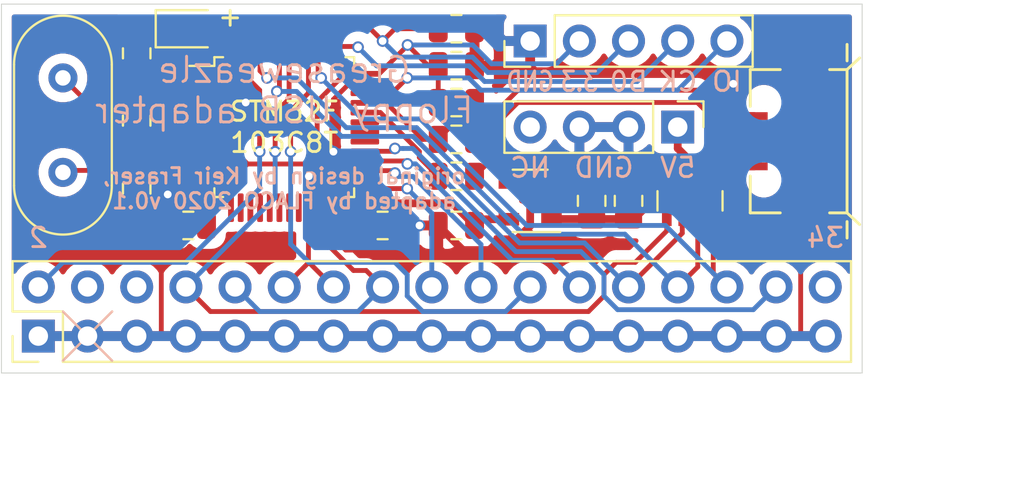
<source format=kicad_pcb>
(kicad_pcb (version 20171130) (host pcbnew 5.1.5-52549c5~86~ubuntu18.04.1)

  (general
    (thickness 1.6)
    (drawings 24)
    (tracks 304)
    (zones 0)
    (modules 22)
    (nets 52)
  )

  (page A4)
  (title_block
    (title "MiniPill usb stick with SPI flash")
    (date 2020-05-13)
    (rev 0.1)
    (company "FLACO 2019, original schematic by Keir Fraser under The Unlicense")
    (comment 1 "Floppy drive to USB adapter")
    (comment 2 https://github.com/keirf/Greaseweazle)
  )

  (layers
    (0 F.Cu signal)
    (31 B.Cu signal)
    (32 B.Adhes user)
    (33 F.Adhes user)
    (34 B.Paste user)
    (35 F.Paste user)
    (36 B.SilkS user)
    (37 F.SilkS user)
    (38 B.Mask user)
    (39 F.Mask user)
    (40 Dwgs.User user)
    (41 Cmts.User user)
    (42 Eco1.User user)
    (43 Eco2.User user)
    (44 Edge.Cuts user)
    (45 Margin user)
    (46 B.CrtYd user)
    (47 F.CrtYd user)
    (48 B.Fab user hide)
    (49 F.Fab user hide)
  )

  (setup
    (last_trace_width 0.25)
    (user_trace_width 0.4)
    (trace_clearance 0.2)
    (zone_clearance 0.508)
    (zone_45_only no)
    (trace_min 0.2)
    (via_size 0.6)
    (via_drill 0.4)
    (via_min_size 0.4)
    (via_min_drill 0.3)
    (uvia_size 0.3)
    (uvia_drill 0.1)
    (uvias_allowed no)
    (uvia_min_size 0.2)
    (uvia_min_drill 0.1)
    (edge_width 0.05)
    (segment_width 0.2)
    (pcb_text_width 0.3)
    (pcb_text_size 1.5 1.5)
    (mod_edge_width 0.12)
    (mod_text_size 1 1)
    (mod_text_width 0.15)
    (pad_size 0.8 0.8)
    (pad_drill 0.8)
    (pad_to_mask_clearance 0.051)
    (solder_mask_min_width 0.25)
    (aux_axis_origin 0 0)
    (visible_elements FFFFFF7F)
    (pcbplotparams
      (layerselection 0x010fc_ffffffff)
      (usegerberextensions false)
      (usegerberattributes false)
      (usegerberadvancedattributes false)
      (creategerberjobfile false)
      (excludeedgelayer true)
      (linewidth 0.100000)
      (plotframeref false)
      (viasonmask false)
      (mode 1)
      (useauxorigin false)
      (hpglpennumber 1)
      (hpglpenspeed 20)
      (hpglpendiameter 15.000000)
      (psnegative false)
      (psa4output false)
      (plotreference true)
      (plotvalue true)
      (plotinvisibletext false)
      (padsonsilk false)
      (subtractmaskfromsilk false)
      (outputformat 1)
      (mirror false)
      (drillshape 1)
      (scaleselection 1)
      (outputdirectory ""))
  )

  (net 0 "")
  (net 1 GND)
  (net 2 +5V)
  (net 3 +3V3)
  (net 4 "Net-(D1-Pad1)")
  (net 5 /USB_D-)
  (net 6 /USB_D+)
  (net 7 "Net-(R6-Pad2)")
  (net 8 /RESET)
  (net 9 /SWCLK)
  (net 10 /SWDIO)
  (net 11 /BOOT0)
  (net 12 /LED)
  (net 13 "Net-(U1-Pad4)")
  (net 14 "Net-(U2-Pad41)")
  (net 15 "Net-(U2-Pad29)")
  (net 16 "Net-(U2-Pad19)")
  (net 17 "Net-(U2-Pad18)")
  (net 18 "Net-(U2-Pad4)")
  (net 19 "Net-(U2-Pad3)")
  (net 20 /PA15)
  (net 21 "Net-(TP_B2-Pad1)")
  (net 22 "Net-(TP_B10-Pad1)")
  (net 23 "Net-(TP_B11-Pad1)")
  (net 24 "Net-(R5-Pad2)")
  (net 25 "Net-(TP_B5-Pad1)")
  (net 26 "Net-(TP_B6-Pad1)")
  (net 27 "Net-(TP_B7-Pad1)")
  (net 28 "Net-(TP_B8-Pad1)")
  (net 29 "Net-(TP_B9-Pad1)")
  (net 30 "Net-(TP_B12-Pad1)")
  (net 31 "Net-(TP_B13-Pad1)")
  (net 32 "Net-(TP_B14-Pad1)")
  (net 33 "Net-(C1-Pad1)")
  (net 34 "Net-(C2-Pad1)")
  (net 35 "Net-(J1-Pad4)")
  (net 36 "Net-(J3-Pad4)")
  (net 37 "Net-(J4-Pad34)")
  (net 38 /_SIDE)
  (net 39 /_DKRD)
  (net 40 /_WRPROT)
  (net 41 /_TRK0)
  (net 42 /_DKWE)
  (net 43 /_DKWD)
  (net 44 /_STEP)
  (net 45 /_DIR)
  (net 46 /_MTR)
  (net 47 /_SEL)
  (net 48 /_INDEX)
  (net 49 "Net-(J4-Pad6)")
  (net 50 "Net-(J4-Pad4)")
  (net 51 /_DENSEL)

  (net_class Default "This is the default net class."
    (clearance 0.2)
    (trace_width 0.25)
    (via_dia 0.6)
    (via_drill 0.4)
    (uvia_dia 0.3)
    (uvia_drill 0.1)
    (add_net +3V3)
    (add_net +5V)
    (add_net /BOOT0)
    (add_net /LED)
    (add_net /PA15)
    (add_net /RESET)
    (add_net /SWCLK)
    (add_net /SWDIO)
    (add_net /USB_D+)
    (add_net /USB_D-)
    (add_net /_DENSEL)
    (add_net /_DIR)
    (add_net /_DKRD)
    (add_net /_DKWD)
    (add_net /_DKWE)
    (add_net /_INDEX)
    (add_net /_MTR)
    (add_net /_SEL)
    (add_net /_SIDE)
    (add_net /_STEP)
    (add_net /_TRK0)
    (add_net /_WRPROT)
    (add_net GND)
    (add_net "Net-(C1-Pad1)")
    (add_net "Net-(C2-Pad1)")
    (add_net "Net-(D1-Pad1)")
    (add_net "Net-(J1-Pad4)")
    (add_net "Net-(J3-Pad4)")
    (add_net "Net-(J4-Pad34)")
    (add_net "Net-(J4-Pad4)")
    (add_net "Net-(J4-Pad6)")
    (add_net "Net-(R5-Pad2)")
    (add_net "Net-(R6-Pad2)")
    (add_net "Net-(TP_B10-Pad1)")
    (add_net "Net-(TP_B11-Pad1)")
    (add_net "Net-(TP_B12-Pad1)")
    (add_net "Net-(TP_B13-Pad1)")
    (add_net "Net-(TP_B14-Pad1)")
    (add_net "Net-(TP_B2-Pad1)")
    (add_net "Net-(TP_B5-Pad1)")
    (add_net "Net-(TP_B6-Pad1)")
    (add_net "Net-(TP_B7-Pad1)")
    (add_net "Net-(TP_B8-Pad1)")
    (add_net "Net-(TP_B9-Pad1)")
    (add_net "Net-(U1-Pad4)")
    (add_net "Net-(U2-Pad18)")
    (add_net "Net-(U2-Pad19)")
    (add_net "Net-(U2-Pad29)")
    (add_net "Net-(U2-Pad3)")
    (add_net "Net-(U2-Pad4)")
    (add_net "Net-(U2-Pad41)")
  )

  (module Connector_PinHeader_2.54mm:PinHeader_1x05_P2.54mm_Vertical (layer F.Cu) (tedit 59FED5CC) (tstamp 5D719549)
    (at 162.56 136.525 90)
    (descr "Through hole straight pin header, 1x05, 2.54mm pitch, single row")
    (tags "Through hole pin header THT 1x05 2.54mm single row")
    (path /5ECD9FDF)
    (fp_text reference J2 (at 0 -2.33 270) (layer F.SilkS) hide
      (effects (font (size 1 1) (thickness 0.15)))
    )
    (fp_text value PROG (at 0 12.49 270) (layer F.Fab)
      (effects (font (size 1 1) (thickness 0.15)))
    )
    (fp_text user %R (at 0 5.08 180) (layer F.Fab)
      (effects (font (size 1 1) (thickness 0.15)))
    )
    (fp_line (start 1.8 -1.8) (end -1.8 -1.8) (layer F.CrtYd) (width 0.05))
    (fp_line (start 1.8 11.95) (end 1.8 -1.8) (layer F.CrtYd) (width 0.05))
    (fp_line (start -1.8 11.95) (end 1.8 11.95) (layer F.CrtYd) (width 0.05))
    (fp_line (start -1.8 -1.8) (end -1.8 11.95) (layer F.CrtYd) (width 0.05))
    (fp_line (start -1.33 -1.33) (end 0 -1.33) (layer F.SilkS) (width 0.12))
    (fp_line (start -1.33 0) (end -1.33 -1.33) (layer F.SilkS) (width 0.12))
    (fp_line (start -1.33 1.27) (end 1.33 1.27) (layer F.SilkS) (width 0.12))
    (fp_line (start 1.33 1.27) (end 1.33 11.49) (layer F.SilkS) (width 0.12))
    (fp_line (start -1.33 1.27) (end -1.33 11.49) (layer F.SilkS) (width 0.12))
    (fp_line (start -1.33 11.49) (end 1.33 11.49) (layer F.SilkS) (width 0.12))
    (fp_line (start -1.27 -0.635) (end -0.635 -1.27) (layer F.Fab) (width 0.1))
    (fp_line (start -1.27 11.43) (end -1.27 -0.635) (layer F.Fab) (width 0.1))
    (fp_line (start 1.27 11.43) (end -1.27 11.43) (layer F.Fab) (width 0.1))
    (fp_line (start 1.27 -1.27) (end 1.27 11.43) (layer F.Fab) (width 0.1))
    (fp_line (start -0.635 -1.27) (end 1.27 -1.27) (layer F.Fab) (width 0.1))
    (pad 5 thru_hole oval (at 0 10.16 90) (size 1.7 1.7) (drill 1) (layers *.Cu *.Mask)
      (net 10 /SWDIO))
    (pad 4 thru_hole oval (at 0 7.62 90) (size 1.7 1.7) (drill 1) (layers *.Cu *.Mask)
      (net 9 /SWCLK))
    (pad 3 thru_hole oval (at 0 5.08 90) (size 1.7 1.7) (drill 1) (layers *.Cu *.Mask)
      (net 11 /BOOT0))
    (pad 2 thru_hole oval (at 0 2.54 90) (size 1.7 1.7) (drill 1) (layers *.Cu *.Mask)
      (net 3 +3V3))
    (pad 1 thru_hole rect (at 0 0 90) (size 1.7 1.7) (drill 1) (layers *.Cu *.Mask)
      (net 1 GND))
    (model ${KISYS3DMOD}/Connector_PinHeader_2.54mm.3dshapes/PinHeader_1x05_P2.54mm_Vertical.wrl
      (at (xyz 0 0 0))
      (scale (xyz 1 1 1))
      (rotate (xyz 0 0 0))
    )
  )

  (module LED_SMD:LED_0805_2012Metric (layer F.Cu) (tedit 5B36C52C) (tstamp 5D719D7A)
    (at 144.907 135.89)
    (descr "LED SMD 0805 (2012 Metric), square (rectangular) end terminal, IPC_7351 nominal, (Body size source: https://docs.google.com/spreadsheets/d/1BsfQQcO9C6DZCsRaXUlFlo91Tg2WpOkGARC1WS5S8t0/edit?usp=sharing), generated with kicad-footprint-generator")
    (tags diode)
    (path /5CBEDB39)
    (attr smd)
    (fp_text reference D1 (at 0 -1.65) (layer F.SilkS) hide
      (effects (font (size 1 1) (thickness 0.15)))
    )
    (fp_text value Blue (at 0 1.65) (layer F.Fab)
      (effects (font (size 1 1) (thickness 0.15)))
    )
    (fp_text user %R (at 0 0) (layer F.Fab)
      (effects (font (size 0.5 0.5) (thickness 0.08)))
    )
    (fp_line (start 1.68 0.95) (end -1.68 0.95) (layer F.CrtYd) (width 0.05))
    (fp_line (start 1.68 -0.95) (end 1.68 0.95) (layer F.CrtYd) (width 0.05))
    (fp_line (start -1.68 -0.95) (end 1.68 -0.95) (layer F.CrtYd) (width 0.05))
    (fp_line (start -1.68 0.95) (end -1.68 -0.95) (layer F.CrtYd) (width 0.05))
    (fp_line (start -1.685 0.96) (end 1 0.96) (layer F.SilkS) (width 0.12))
    (fp_line (start -1.685 -0.96) (end -1.685 0.96) (layer F.SilkS) (width 0.12))
    (fp_line (start 1 -0.96) (end -1.685 -0.96) (layer F.SilkS) (width 0.12))
    (fp_line (start 1 0.6) (end 1 -0.6) (layer F.Fab) (width 0.1))
    (fp_line (start -1 0.6) (end 1 0.6) (layer F.Fab) (width 0.1))
    (fp_line (start -1 -0.3) (end -1 0.6) (layer F.Fab) (width 0.1))
    (fp_line (start -0.7 -0.6) (end -1 -0.3) (layer F.Fab) (width 0.1))
    (fp_line (start 1 -0.6) (end -0.7 -0.6) (layer F.Fab) (width 0.1))
    (pad 2 smd roundrect (at 0.9375 0) (size 0.975 1.4) (layers F.Cu F.Paste F.Mask) (roundrect_rratio 0.25)
      (net 3 +3V3))
    (pad 1 smd roundrect (at -0.9375 0) (size 0.975 1.4) (layers F.Cu F.Paste F.Mask) (roundrect_rratio 0.25)
      (net 4 "Net-(D1-Pad1)"))
    (model ${KISYS3DMOD}/LED_SMD.3dshapes/LED_0805_2012Metric.wrl
      (at (xyz 0 0 0))
      (scale (xyz 1 1 1))
      (rotate (xyz 0 0 0))
    )
  )

  (module Package_TO_SOT_SMD:SOT-23-5 (layer F.Cu) (tedit 5A02FF57) (tstamp 5CC8C239)
    (at 162.56 144.78 180)
    (descr "5-pin SOT23 package")
    (tags SOT-23-5)
    (path /5ECEB00E)
    (attr smd)
    (fp_text reference U1 (at 0 -2.9) (layer F.SilkS) hide
      (effects (font (size 1 1) (thickness 0.15)))
    )
    (fp_text value SPX3819M5-L-3-3 (at 0 2.9) (layer F.Fab)
      (effects (font (size 1 1) (thickness 0.15)))
    )
    (fp_line (start 0.9 -1.55) (end 0.9 1.55) (layer F.Fab) (width 0.1))
    (fp_line (start 0.9 1.55) (end -0.9 1.55) (layer F.Fab) (width 0.1))
    (fp_line (start -0.9 -0.9) (end -0.9 1.55) (layer F.Fab) (width 0.1))
    (fp_line (start 0.9 -1.55) (end -0.25 -1.55) (layer F.Fab) (width 0.1))
    (fp_line (start -0.9 -0.9) (end -0.25 -1.55) (layer F.Fab) (width 0.1))
    (fp_line (start -1.9 1.8) (end -1.9 -1.8) (layer F.CrtYd) (width 0.05))
    (fp_line (start 1.9 1.8) (end -1.9 1.8) (layer F.CrtYd) (width 0.05))
    (fp_line (start 1.9 -1.8) (end 1.9 1.8) (layer F.CrtYd) (width 0.05))
    (fp_line (start -1.9 -1.8) (end 1.9 -1.8) (layer F.CrtYd) (width 0.05))
    (fp_line (start 0.9 -1.61) (end -1.55 -1.61) (layer F.SilkS) (width 0.12))
    (fp_line (start -0.9 1.61) (end 0.9 1.61) (layer F.SilkS) (width 0.12))
    (fp_text user %R (at 0 0 90) (layer F.Fab)
      (effects (font (size 0.5 0.5) (thickness 0.075)))
    )
    (pad 5 smd rect (at 1.1 -0.95 180) (size 1.06 0.65) (layers F.Cu F.Paste F.Mask)
      (net 3 +3V3))
    (pad 4 smd rect (at 1.1 0.95 180) (size 1.06 0.65) (layers F.Cu F.Paste F.Mask)
      (net 13 "Net-(U1-Pad4)"))
    (pad 3 smd rect (at -1.1 0.95 180) (size 1.06 0.65) (layers F.Cu F.Paste F.Mask)
      (net 2 +5V))
    (pad 2 smd rect (at -1.1 0 180) (size 1.06 0.65) (layers F.Cu F.Paste F.Mask)
      (net 1 GND))
    (pad 1 smd rect (at -1.1 -0.95 180) (size 1.06 0.65) (layers F.Cu F.Paste F.Mask)
      (net 2 +5V))
    (model ${KISYS3DMOD}/Package_TO_SOT_SMD.3dshapes/SOT-23-5.wrl
      (at (xyz 0 0 0))
      (scale (xyz 1 1 1))
      (rotate (xyz 0 0 0))
    )
  )

  (module Capacitor_SMD:C_0805_2012Metric (layer F.Cu) (tedit 5B36C52B) (tstamp 5CC8C067)
    (at 158.75 146.05 180)
    (descr "Capacitor SMD 0805 (2012 Metric), square (rectangular) end terminal, IPC_7351 nominal, (Body size source: https://docs.google.com/spreadsheets/d/1BsfQQcO9C6DZCsRaXUlFlo91Tg2WpOkGARC1WS5S8t0/edit?usp=sharing), generated with kicad-footprint-generator")
    (tags capacitor)
    (path /5ECE630E)
    (attr smd)
    (fp_text reference C5 (at 0 -1.65) (layer F.SilkS) hide
      (effects (font (size 1 1) (thickness 0.15)))
    )
    (fp_text value 1u (at 0 1.65) (layer F.Fab)
      (effects (font (size 1 1) (thickness 0.15)))
    )
    (fp_text user %R (at 0 0) (layer F.Fab)
      (effects (font (size 0.5 0.5) (thickness 0.08)))
    )
    (fp_line (start 1.68 0.95) (end -1.68 0.95) (layer F.CrtYd) (width 0.05))
    (fp_line (start 1.68 -0.95) (end 1.68 0.95) (layer F.CrtYd) (width 0.05))
    (fp_line (start -1.68 -0.95) (end 1.68 -0.95) (layer F.CrtYd) (width 0.05))
    (fp_line (start -1.68 0.95) (end -1.68 -0.95) (layer F.CrtYd) (width 0.05))
    (fp_line (start -0.258578 0.71) (end 0.258578 0.71) (layer F.SilkS) (width 0.12))
    (fp_line (start -0.258578 -0.71) (end 0.258578 -0.71) (layer F.SilkS) (width 0.12))
    (fp_line (start 1 0.6) (end -1 0.6) (layer F.Fab) (width 0.1))
    (fp_line (start 1 -0.6) (end 1 0.6) (layer F.Fab) (width 0.1))
    (fp_line (start -1 -0.6) (end 1 -0.6) (layer F.Fab) (width 0.1))
    (fp_line (start -1 0.6) (end -1 -0.6) (layer F.Fab) (width 0.1))
    (pad 2 smd roundrect (at 0.9375 0 180) (size 0.975 1.4) (layers F.Cu F.Paste F.Mask) (roundrect_rratio 0.25)
      (net 1 GND))
    (pad 1 smd roundrect (at -0.9375 0 180) (size 0.975 1.4) (layers F.Cu F.Paste F.Mask) (roundrect_rratio 0.25)
      (net 3 +3V3))
    (model ${KISYS3DMOD}/Capacitor_SMD.3dshapes/C_0805_2012Metric.wrl
      (at (xyz 0 0 0))
      (scale (xyz 1 1 1))
      (rotate (xyz 0 0 0))
    )
  )

  (module Capacitor_SMD:C_0805_2012Metric (layer F.Cu) (tedit 5B36C52B) (tstamp 5CBCD158)
    (at 144.907 146.05 180)
    (descr "Capacitor SMD 0805 (2012 Metric), square (rectangular) end terminal, IPC_7351 nominal, (Body size source: https://docs.google.com/spreadsheets/d/1BsfQQcO9C6DZCsRaXUlFlo91Tg2WpOkGARC1WS5S8t0/edit?usp=sharing), generated with kicad-footprint-generator")
    (tags capacitor)
    (path /5ECDDE1F)
    (attr smd)
    (fp_text reference C6 (at 0 -1.65) (layer F.SilkS) hide
      (effects (font (size 1 1) (thickness 0.15)))
    )
    (fp_text value 100n (at 0 1.65) (layer F.Fab)
      (effects (font (size 1 1) (thickness 0.15)))
    )
    (fp_text user %R (at 0 0) (layer F.Fab)
      (effects (font (size 0.5 0.5) (thickness 0.08)))
    )
    (fp_line (start 1.68 0.95) (end -1.68 0.95) (layer F.CrtYd) (width 0.05))
    (fp_line (start 1.68 -0.95) (end 1.68 0.95) (layer F.CrtYd) (width 0.05))
    (fp_line (start -1.68 -0.95) (end 1.68 -0.95) (layer F.CrtYd) (width 0.05))
    (fp_line (start -1.68 0.95) (end -1.68 -0.95) (layer F.CrtYd) (width 0.05))
    (fp_line (start -0.258578 0.71) (end 0.258578 0.71) (layer F.SilkS) (width 0.12))
    (fp_line (start -0.258578 -0.71) (end 0.258578 -0.71) (layer F.SilkS) (width 0.12))
    (fp_line (start 1 0.6) (end -1 0.6) (layer F.Fab) (width 0.1))
    (fp_line (start 1 -0.6) (end 1 0.6) (layer F.Fab) (width 0.1))
    (fp_line (start -1 -0.6) (end 1 -0.6) (layer F.Fab) (width 0.1))
    (fp_line (start -1 0.6) (end -1 -0.6) (layer F.Fab) (width 0.1))
    (pad 2 smd roundrect (at 0.9375 0 180) (size 0.975 1.4) (layers F.Cu F.Paste F.Mask) (roundrect_rratio 0.25)
      (net 1 GND))
    (pad 1 smd roundrect (at -0.9375 0 180) (size 0.975 1.4) (layers F.Cu F.Paste F.Mask) (roundrect_rratio 0.25)
      (net 3 +3V3))
    (model ${KISYS3DMOD}/Capacitor_SMD.3dshapes/C_0805_2012Metric.wrl
      (at (xyz 0 0 0))
      (scale (xyz 1 1 1))
      (rotate (xyz 0 0 0))
    )
  )

  (module Capacitor_SMD:C_0805_2012Metric (layer F.Cu) (tedit 5B36C52B) (tstamp 5CC8C2A2)
    (at 165.735 144.78 90)
    (descr "Capacitor SMD 0805 (2012 Metric), square (rectangular) end terminal, IPC_7351 nominal, (Body size source: https://docs.google.com/spreadsheets/d/1BsfQQcO9C6DZCsRaXUlFlo91Tg2WpOkGARC1WS5S8t0/edit?usp=sharing), generated with kicad-footprint-generator")
    (tags capacitor)
    (path /5ECEA1DE)
    (attr smd)
    (fp_text reference C4 (at 0 -1.65 90) (layer F.SilkS) hide
      (effects (font (size 1 1) (thickness 0.15)))
    )
    (fp_text value 1u (at 0 1.65 90) (layer F.Fab)
      (effects (font (size 1 1) (thickness 0.15)))
    )
    (fp_text user %R (at 0 0 90) (layer F.Fab)
      (effects (font (size 0.5 0.5) (thickness 0.08)))
    )
    (fp_line (start 1.68 0.95) (end -1.68 0.95) (layer F.CrtYd) (width 0.05))
    (fp_line (start 1.68 -0.95) (end 1.68 0.95) (layer F.CrtYd) (width 0.05))
    (fp_line (start -1.68 -0.95) (end 1.68 -0.95) (layer F.CrtYd) (width 0.05))
    (fp_line (start -1.68 0.95) (end -1.68 -0.95) (layer F.CrtYd) (width 0.05))
    (fp_line (start -0.258578 0.71) (end 0.258578 0.71) (layer F.SilkS) (width 0.12))
    (fp_line (start -0.258578 -0.71) (end 0.258578 -0.71) (layer F.SilkS) (width 0.12))
    (fp_line (start 1 0.6) (end -1 0.6) (layer F.Fab) (width 0.1))
    (fp_line (start 1 -0.6) (end 1 0.6) (layer F.Fab) (width 0.1))
    (fp_line (start -1 -0.6) (end 1 -0.6) (layer F.Fab) (width 0.1))
    (fp_line (start -1 0.6) (end -1 -0.6) (layer F.Fab) (width 0.1))
    (pad 2 smd roundrect (at 0.9375 0 90) (size 0.975 1.4) (layers F.Cu F.Paste F.Mask) (roundrect_rratio 0.25)
      (net 1 GND))
    (pad 1 smd roundrect (at -0.9375 0 90) (size 0.975 1.4) (layers F.Cu F.Paste F.Mask) (roundrect_rratio 0.25)
      (net 2 +5V))
    (model ${KISYS3DMOD}/Capacitor_SMD.3dshapes/C_0805_2012Metric.wrl
      (at (xyz 0 0 0))
      (scale (xyz 1 1 1))
      (rotate (xyz 0 0 0))
    )
  )

  (module Resistor_SMD:R_0805_2012Metric (layer F.Cu) (tedit 5B36C52B) (tstamp 5CBCD20B)
    (at 158.75 135.89)
    (descr "Resistor SMD 0805 (2012 Metric), square (rectangular) end terminal, IPC_7351 nominal, (Body size source: https://docs.google.com/spreadsheets/d/1BsfQQcO9C6DZCsRaXUlFlo91Tg2WpOkGARC1WS5S8t0/edit?usp=sharing), generated with kicad-footprint-generator")
    (tags resistor)
    (path /5EBCB9CF)
    (attr smd)
    (fp_text reference R3 (at 0 -1.65 180) (layer F.SilkS) hide
      (effects (font (size 1 1) (thickness 0.15)))
    )
    (fp_text value 100k (at 0 1.65 180) (layer F.Fab)
      (effects (font (size 1 1) (thickness 0.15)))
    )
    (fp_text user %R (at 0 0 180) (layer F.Fab)
      (effects (font (size 0.5 0.5) (thickness 0.08)))
    )
    (fp_line (start 1.68 0.95) (end -1.68 0.95) (layer F.CrtYd) (width 0.05))
    (fp_line (start 1.68 -0.95) (end 1.68 0.95) (layer F.CrtYd) (width 0.05))
    (fp_line (start -1.68 -0.95) (end 1.68 -0.95) (layer F.CrtYd) (width 0.05))
    (fp_line (start -1.68 0.95) (end -1.68 -0.95) (layer F.CrtYd) (width 0.05))
    (fp_line (start -0.258578 0.71) (end 0.258578 0.71) (layer F.SilkS) (width 0.12))
    (fp_line (start -0.258578 -0.71) (end 0.258578 -0.71) (layer F.SilkS) (width 0.12))
    (fp_line (start 1 0.6) (end -1 0.6) (layer F.Fab) (width 0.1))
    (fp_line (start 1 -0.6) (end 1 0.6) (layer F.Fab) (width 0.1))
    (fp_line (start -1 -0.6) (end 1 -0.6) (layer F.Fab) (width 0.1))
    (fp_line (start -1 0.6) (end -1 -0.6) (layer F.Fab) (width 0.1))
    (pad 2 smd roundrect (at 0.9375 0) (size 0.975 1.4) (layers F.Cu F.Paste F.Mask) (roundrect_rratio 0.25)
      (net 1 GND))
    (pad 1 smd roundrect (at -0.9375 0) (size 0.975 1.4) (layers F.Cu F.Paste F.Mask) (roundrect_rratio 0.25)
      (net 11 /BOOT0))
    (model ${KISYS3DMOD}/Resistor_SMD.3dshapes/R_0805_2012Metric.wrl
      (at (xyz 0 0 0))
      (scale (xyz 1 1 1))
      (rotate (xyz 0 0 0))
    )
  )

  (module Resistor_SMD:R_0805_2012Metric (layer F.Cu) (tedit 5B36C52B) (tstamp 5CCCBEF8)
    (at 158.75 139.7)
    (descr "Resistor SMD 0805 (2012 Metric), square (rectangular) end terminal, IPC_7351 nominal, (Body size source: https://docs.google.com/spreadsheets/d/1BsfQQcO9C6DZCsRaXUlFlo91Tg2WpOkGARC1WS5S8t0/edit?usp=sharing), generated with kicad-footprint-generator")
    (tags resistor)
    (path /5ECADBC3)
    (attr smd)
    (fp_text reference R5 (at 0 -1.65 180) (layer F.SilkS) hide
      (effects (font (size 1 1) (thickness 0.15)))
    )
    (fp_text value 10k (at 0 1.65 180) (layer F.Fab)
      (effects (font (size 1 1) (thickness 0.15)))
    )
    (fp_text user %R (at 0 0 180) (layer F.Fab)
      (effects (font (size 0.5 0.5) (thickness 0.08)))
    )
    (fp_line (start 1.68 0.95) (end -1.68 0.95) (layer F.CrtYd) (width 0.05))
    (fp_line (start 1.68 -0.95) (end 1.68 0.95) (layer F.CrtYd) (width 0.05))
    (fp_line (start -1.68 -0.95) (end 1.68 -0.95) (layer F.CrtYd) (width 0.05))
    (fp_line (start -1.68 0.95) (end -1.68 -0.95) (layer F.CrtYd) (width 0.05))
    (fp_line (start -0.258578 0.71) (end 0.258578 0.71) (layer F.SilkS) (width 0.12))
    (fp_line (start -0.258578 -0.71) (end 0.258578 -0.71) (layer F.SilkS) (width 0.12))
    (fp_line (start 1 0.6) (end -1 0.6) (layer F.Fab) (width 0.1))
    (fp_line (start 1 -0.6) (end 1 0.6) (layer F.Fab) (width 0.1))
    (fp_line (start -1 -0.6) (end 1 -0.6) (layer F.Fab) (width 0.1))
    (fp_line (start -1 0.6) (end -1 -0.6) (layer F.Fab) (width 0.1))
    (pad 2 smd roundrect (at 0.9375 0) (size 0.975 1.4) (layers F.Cu F.Paste F.Mask) (roundrect_rratio 0.25)
      (net 24 "Net-(R5-Pad2)"))
    (pad 1 smd roundrect (at -0.9375 0) (size 0.975 1.4) (layers F.Cu F.Paste F.Mask) (roundrect_rratio 0.25)
      (net 3 +3V3))
    (model ${KISYS3DMOD}/Resistor_SMD.3dshapes/R_0805_2012Metric.wrl
      (at (xyz 0 0 0))
      (scale (xyz 1 1 1))
      (rotate (xyz 0 0 0))
    )
  )

  (module Capacitor_SMD:C_0805_2012Metric (layer F.Cu) (tedit 5B36C52B) (tstamp 5D71AA58)
    (at 167.64 144.78 90)
    (descr "Capacitor SMD 0805 (2012 Metric), square (rectangular) end terminal, IPC_7351 nominal, (Body size source: https://docs.google.com/spreadsheets/d/1BsfQQcO9C6DZCsRaXUlFlo91Tg2WpOkGARC1WS5S8t0/edit?usp=sharing), generated with kicad-footprint-generator")
    (tags capacitor)
    (path /5EC10230)
    (attr smd)
    (fp_text reference C9 (at 0 -1.65 90) (layer F.SilkS) hide
      (effects (font (size 1 1) (thickness 0.15)))
    )
    (fp_text value 1u (at 0 1.65 90) (layer F.Fab)
      (effects (font (size 1 1) (thickness 0.15)))
    )
    (fp_text user %R (at 0 0 90) (layer F.Fab)
      (effects (font (size 0.5 0.5) (thickness 0.08)))
    )
    (fp_line (start 1.68 0.95) (end -1.68 0.95) (layer F.CrtYd) (width 0.05))
    (fp_line (start 1.68 -0.95) (end 1.68 0.95) (layer F.CrtYd) (width 0.05))
    (fp_line (start -1.68 -0.95) (end 1.68 -0.95) (layer F.CrtYd) (width 0.05))
    (fp_line (start -1.68 0.95) (end -1.68 -0.95) (layer F.CrtYd) (width 0.05))
    (fp_line (start -0.258578 0.71) (end 0.258578 0.71) (layer F.SilkS) (width 0.12))
    (fp_line (start -0.258578 -0.71) (end 0.258578 -0.71) (layer F.SilkS) (width 0.12))
    (fp_line (start 1 0.6) (end -1 0.6) (layer F.Fab) (width 0.1))
    (fp_line (start 1 -0.6) (end 1 0.6) (layer F.Fab) (width 0.1))
    (fp_line (start -1 -0.6) (end 1 -0.6) (layer F.Fab) (width 0.1))
    (fp_line (start -1 0.6) (end -1 -0.6) (layer F.Fab) (width 0.1))
    (pad 2 smd roundrect (at 0.9375 0 90) (size 0.975 1.4) (layers F.Cu F.Paste F.Mask) (roundrect_rratio 0.25)
      (net 1 GND))
    (pad 1 smd roundrect (at -0.9375 0 90) (size 0.975 1.4) (layers F.Cu F.Paste F.Mask) (roundrect_rratio 0.25)
      (net 2 +5V))
    (model ${KISYS3DMOD}/Capacitor_SMD.3dshapes/C_0805_2012Metric.wrl
      (at (xyz 0 0 0))
      (scale (xyz 1 1 1))
      (rotate (xyz 0 0 0))
    )
  )

  (module Resistor_SMD:R_0805_2012Metric (layer F.Cu) (tedit 5B36C52B) (tstamp 5CCCC446)
    (at 142.24 137.16 270)
    (descr "Resistor SMD 0805 (2012 Metric), square (rectangular) end terminal, IPC_7351 nominal, (Body size source: https://docs.google.com/spreadsheets/d/1BsfQQcO9C6DZCsRaXUlFlo91Tg2WpOkGARC1WS5S8t0/edit?usp=sharing), generated with kicad-footprint-generator")
    (tags resistor)
    (path /5EBF50B2)
    (attr smd)
    (fp_text reference R2 (at 0 -1.65 90) (layer F.SilkS) hide
      (effects (font (size 1 1) (thickness 0.15)))
    )
    (fp_text value 510 (at 0 1.65 90) (layer F.Fab)
      (effects (font (size 1 1) (thickness 0.15)))
    )
    (fp_text user %R (at 0 0 90) (layer F.Fab)
      (effects (font (size 0.5 0.5) (thickness 0.08)))
    )
    (fp_line (start 1.68 0.95) (end -1.68 0.95) (layer F.CrtYd) (width 0.05))
    (fp_line (start 1.68 -0.95) (end 1.68 0.95) (layer F.CrtYd) (width 0.05))
    (fp_line (start -1.68 -0.95) (end 1.68 -0.95) (layer F.CrtYd) (width 0.05))
    (fp_line (start -1.68 0.95) (end -1.68 -0.95) (layer F.CrtYd) (width 0.05))
    (fp_line (start -0.258578 0.71) (end 0.258578 0.71) (layer F.SilkS) (width 0.12))
    (fp_line (start -0.258578 -0.71) (end 0.258578 -0.71) (layer F.SilkS) (width 0.12))
    (fp_line (start 1 0.6) (end -1 0.6) (layer F.Fab) (width 0.1))
    (fp_line (start 1 -0.6) (end 1 0.6) (layer F.Fab) (width 0.1))
    (fp_line (start -1 -0.6) (end 1 -0.6) (layer F.Fab) (width 0.1))
    (fp_line (start -1 0.6) (end -1 -0.6) (layer F.Fab) (width 0.1))
    (pad 2 smd roundrect (at 0.9375 0 270) (size 0.975 1.4) (layers F.Cu F.Paste F.Mask) (roundrect_rratio 0.25)
      (net 12 /LED))
    (pad 1 smd roundrect (at -0.9375 0 270) (size 0.975 1.4) (layers F.Cu F.Paste F.Mask) (roundrect_rratio 0.25)
      (net 4 "Net-(D1-Pad1)"))
    (model ${KISYS3DMOD}/Resistor_SMD.3dshapes/R_0805_2012Metric.wrl
      (at (xyz 0 0 0))
      (scale (xyz 1 1 1))
      (rotate (xyz 0 0 0))
    )
  )

  (module Capacitor_SMD:C_0805_2012Metric (layer F.Cu) (tedit 5B36C52B) (tstamp 5CCCC0F4)
    (at 158.75 137.795)
    (descr "Capacitor SMD 0805 (2012 Metric), square (rectangular) end terminal, IPC_7351 nominal, (Body size source: https://docs.google.com/spreadsheets/d/1BsfQQcO9C6DZCsRaXUlFlo91Tg2WpOkGARC1WS5S8t0/edit?usp=sharing), generated with kicad-footprint-generator")
    (tags capacitor)
    (path /5ECE1F83)
    (attr smd)
    (fp_text reference C8 (at 0 -1.65 180) (layer F.SilkS) hide
      (effects (font (size 1 1) (thickness 0.15)))
    )
    (fp_text value 100n (at 0 1.65 180) (layer F.Fab)
      (effects (font (size 1 1) (thickness 0.15)))
    )
    (fp_text user %R (at 0 0 180) (layer F.Fab)
      (effects (font (size 0.5 0.5) (thickness 0.08)))
    )
    (fp_line (start 1.68 0.95) (end -1.68 0.95) (layer F.CrtYd) (width 0.05))
    (fp_line (start 1.68 -0.95) (end 1.68 0.95) (layer F.CrtYd) (width 0.05))
    (fp_line (start -1.68 -0.95) (end 1.68 -0.95) (layer F.CrtYd) (width 0.05))
    (fp_line (start -1.68 0.95) (end -1.68 -0.95) (layer F.CrtYd) (width 0.05))
    (fp_line (start -0.258578 0.71) (end 0.258578 0.71) (layer F.SilkS) (width 0.12))
    (fp_line (start -0.258578 -0.71) (end 0.258578 -0.71) (layer F.SilkS) (width 0.12))
    (fp_line (start 1 0.6) (end -1 0.6) (layer F.Fab) (width 0.1))
    (fp_line (start 1 -0.6) (end 1 0.6) (layer F.Fab) (width 0.1))
    (fp_line (start -1 -0.6) (end 1 -0.6) (layer F.Fab) (width 0.1))
    (fp_line (start -1 0.6) (end -1 -0.6) (layer F.Fab) (width 0.1))
    (pad 2 smd roundrect (at 0.9375 0) (size 0.975 1.4) (layers F.Cu F.Paste F.Mask) (roundrect_rratio 0.25)
      (net 1 GND))
    (pad 1 smd roundrect (at -0.9375 0) (size 0.975 1.4) (layers F.Cu F.Paste F.Mask) (roundrect_rratio 0.25)
      (net 3 +3V3))
    (model ${KISYS3DMOD}/Capacitor_SMD.3dshapes/C_0805_2012Metric.wrl
      (at (xyz 0 0 0))
      (scale (xyz 1 1 1))
      (rotate (xyz 0 0 0))
    )
  )

  (module Capacitor_SMD:C_0805_2012Metric (layer F.Cu) (tedit 5B36C52B) (tstamp 5CCCA068)
    (at 154.94 146.05)
    (descr "Capacitor SMD 0805 (2012 Metric), square (rectangular) end terminal, IPC_7351 nominal, (Body size source: https://docs.google.com/spreadsheets/d/1BsfQQcO9C6DZCsRaXUlFlo91Tg2WpOkGARC1WS5S8t0/edit?usp=sharing), generated with kicad-footprint-generator")
    (tags capacitor)
    (path /5ECE1A26)
    (attr smd)
    (fp_text reference C7 (at 0 -1.65 180) (layer F.SilkS) hide
      (effects (font (size 1 1) (thickness 0.15)))
    )
    (fp_text value 100n (at 0 1.65 180) (layer F.Fab)
      (effects (font (size 1 1) (thickness 0.15)))
    )
    (fp_text user %R (at 0 0 180) (layer F.Fab)
      (effects (font (size 0.5 0.5) (thickness 0.08)))
    )
    (fp_line (start 1.68 0.95) (end -1.68 0.95) (layer F.CrtYd) (width 0.05))
    (fp_line (start 1.68 -0.95) (end 1.68 0.95) (layer F.CrtYd) (width 0.05))
    (fp_line (start -1.68 -0.95) (end 1.68 -0.95) (layer F.CrtYd) (width 0.05))
    (fp_line (start -1.68 0.95) (end -1.68 -0.95) (layer F.CrtYd) (width 0.05))
    (fp_line (start -0.258578 0.71) (end 0.258578 0.71) (layer F.SilkS) (width 0.12))
    (fp_line (start -0.258578 -0.71) (end 0.258578 -0.71) (layer F.SilkS) (width 0.12))
    (fp_line (start 1 0.6) (end -1 0.6) (layer F.Fab) (width 0.1))
    (fp_line (start 1 -0.6) (end 1 0.6) (layer F.Fab) (width 0.1))
    (fp_line (start -1 -0.6) (end 1 -0.6) (layer F.Fab) (width 0.1))
    (fp_line (start -1 0.6) (end -1 -0.6) (layer F.Fab) (width 0.1))
    (pad 2 smd roundrect (at 0.9375 0) (size 0.975 1.4) (layers F.Cu F.Paste F.Mask) (roundrect_rratio 0.25)
      (net 1 GND))
    (pad 1 smd roundrect (at -0.9375 0) (size 0.975 1.4) (layers F.Cu F.Paste F.Mask) (roundrect_rratio 0.25)
      (net 3 +3V3))
    (model ${KISYS3DMOD}/Capacitor_SMD.3dshapes/C_0805_2012Metric.wrl
      (at (xyz 0 0 0))
      (scale (xyz 1 1 1))
      (rotate (xyz 0 0 0))
    )
  )

  (module Crystal:Crystal_HC49-U_Vertical (layer F.Cu) (tedit 5A1AD3B8) (tstamp 5EBAE827)
    (at 138.43 138.43 270)
    (descr "Crystal THT HC-49/U http://5hertz.com/pdfs/04404_D.pdf")
    (tags "THT crystalHC-49/U")
    (path /5EC1014C)
    (fp_text reference Y1 (at 2.44 0 90) (layer F.SilkS) hide
      (effects (font (size 1 1) (thickness 0.15)))
    )
    (fp_text value 8M (at 2.44 3.525 90) (layer F.Fab)
      (effects (font (size 1 1) (thickness 0.15)))
    )
    (fp_arc (start 5.565 0) (end 5.565 -2.525) (angle 180) (layer F.SilkS) (width 0.12))
    (fp_arc (start -0.685 0) (end -0.685 -2.525) (angle -180) (layer F.SilkS) (width 0.12))
    (fp_arc (start 5.44 0) (end 5.44 -2) (angle 180) (layer F.Fab) (width 0.1))
    (fp_arc (start -0.56 0) (end -0.56 -2) (angle -180) (layer F.Fab) (width 0.1))
    (fp_arc (start 5.565 0) (end 5.565 -2.325) (angle 180) (layer F.Fab) (width 0.1))
    (fp_arc (start -0.685 0) (end -0.685 -2.325) (angle -180) (layer F.Fab) (width 0.1))
    (fp_line (start 8.4 -2.8) (end -3.5 -2.8) (layer F.CrtYd) (width 0.05))
    (fp_line (start 8.4 2.8) (end 8.4 -2.8) (layer F.CrtYd) (width 0.05))
    (fp_line (start -3.5 2.8) (end 8.4 2.8) (layer F.CrtYd) (width 0.05))
    (fp_line (start -3.5 -2.8) (end -3.5 2.8) (layer F.CrtYd) (width 0.05))
    (fp_line (start -0.685 2.525) (end 5.565 2.525) (layer F.SilkS) (width 0.12))
    (fp_line (start -0.685 -2.525) (end 5.565 -2.525) (layer F.SilkS) (width 0.12))
    (fp_line (start -0.56 2) (end 5.44 2) (layer F.Fab) (width 0.1))
    (fp_line (start -0.56 -2) (end 5.44 -2) (layer F.Fab) (width 0.1))
    (fp_line (start -0.685 2.325) (end 5.565 2.325) (layer F.Fab) (width 0.1))
    (fp_line (start -0.685 -2.325) (end 5.565 -2.325) (layer F.Fab) (width 0.1))
    (fp_text user %R (at 2.44 0 90) (layer F.Fab)
      (effects (font (size 1 1) (thickness 0.15)))
    )
    (pad 2 thru_hole circle (at 4.88 0 270) (size 1.5 1.5) (drill 0.8) (layers *.Cu *.Mask)
      (net 34 "Net-(C2-Pad1)"))
    (pad 1 thru_hole circle (at 0 0 270) (size 1.5 1.5) (drill 0.8) (layers *.Cu *.Mask)
      (net 33 "Net-(C1-Pad1)"))
    (model ${KISYS3DMOD}/Crystal.3dshapes/Crystal_HC49-U_Vertical.wrl
      (at (xyz 0 0 0))
      (scale (xyz 1 1 1))
      (rotate (xyz 0 0 0))
    )
  )

  (module Resistor_SMD:R_Array_Convex_4x0603 (layer F.Cu) (tedit 58E0A8B2) (tstamp 5EBAE5C6)
    (at 170.815 144.78 90)
    (descr "Chip Resistor Network, ROHM MNR14 (see mnr_g.pdf)")
    (tags "resistor array")
    (path /5EBD0628)
    (attr smd)
    (fp_text reference RN1 (at 0 -2.8 90) (layer F.SilkS) hide
      (effects (font (size 1 1) (thickness 0.15)))
    )
    (fp_text value 1k (at 0 2.8 90) (layer F.Fab)
      (effects (font (size 1 1) (thickness 0.15)))
    )
    (fp_line (start 1.55 1.85) (end -1.55 1.85) (layer F.CrtYd) (width 0.05))
    (fp_line (start 1.55 1.85) (end 1.55 -1.85) (layer F.CrtYd) (width 0.05))
    (fp_line (start -1.55 -1.85) (end -1.55 1.85) (layer F.CrtYd) (width 0.05))
    (fp_line (start -1.55 -1.85) (end 1.55 -1.85) (layer F.CrtYd) (width 0.05))
    (fp_line (start 0.5 -1.68) (end -0.5 -1.68) (layer F.SilkS) (width 0.12))
    (fp_line (start 0.5 1.68) (end -0.5 1.68) (layer F.SilkS) (width 0.12))
    (fp_line (start -0.8 1.6) (end -0.8 -1.6) (layer F.Fab) (width 0.1))
    (fp_line (start 0.8 1.6) (end -0.8 1.6) (layer F.Fab) (width 0.1))
    (fp_line (start 0.8 -1.6) (end 0.8 1.6) (layer F.Fab) (width 0.1))
    (fp_line (start -0.8 -1.6) (end 0.8 -1.6) (layer F.Fab) (width 0.1))
    (fp_text user %R (at 0 0) (layer F.Fab)
      (effects (font (size 0.5 0.5) (thickness 0.075)))
    )
    (pad 5 smd rect (at 0.9 1.2 90) (size 0.8 0.5) (layers F.Cu F.Paste F.Mask)
      (net 2 +5V))
    (pad 6 smd rect (at 0.9 0.4 90) (size 0.8 0.4) (layers F.Cu F.Paste F.Mask)
      (net 2 +5V))
    (pad 8 smd rect (at 0.9 -1.2 90) (size 0.8 0.5) (layers F.Cu F.Paste F.Mask)
      (net 2 +5V))
    (pad 7 smd rect (at 0.9 -0.4 90) (size 0.8 0.4) (layers F.Cu F.Paste F.Mask)
      (net 2 +5V))
    (pad 4 smd rect (at -0.9 1.2 90) (size 0.8 0.5) (layers F.Cu F.Paste F.Mask)
      (net 39 /_DKRD))
    (pad 2 smd rect (at -0.9 -0.4 90) (size 0.8 0.4) (layers F.Cu F.Paste F.Mask)
      (net 41 /_TRK0))
    (pad 3 smd rect (at -0.9 0.4 90) (size 0.8 0.4) (layers F.Cu F.Paste F.Mask)
      (net 40 /_WRPROT))
    (pad 1 smd rect (at -0.9 -1.2 90) (size 0.8 0.5) (layers F.Cu F.Paste F.Mask)
      (net 48 /_INDEX))
    (model ${KISYS3DMOD}/Resistor_SMD.3dshapes/R_Array_Convex_4x0603.wrl
      (at (xyz 0 0 0))
      (scale (xyz 1 1 1))
      (rotate (xyz 0 0 0))
    )
  )

  (module Connector_PinHeader_2.54mm:PinHeader_2x17_P2.54mm_Vertical (layer F.Cu) (tedit 59FED5CC) (tstamp 5EBAE4EF)
    (at 137.16 151.765 90)
    (descr "Through hole straight pin header, 2x17, 2.54mm pitch, double rows")
    (tags "Through hole pin header THT 2x17 2.54mm double row")
    (path /5EBAF7C8)
    (fp_text reference J4 (at 1.27 -2.33 90) (layer F.SilkS) hide
      (effects (font (size 1 1) (thickness 0.15)))
    )
    (fp_text value Conn_02x17_Odd_Even (at 1.27 42.97 90) (layer F.Fab)
      (effects (font (size 1 1) (thickness 0.15)))
    )
    (fp_text user %R (at 1.27 20.32) (layer F.Fab)
      (effects (font (size 1 1) (thickness 0.15)))
    )
    (fp_line (start 4.35 -1.8) (end -1.8 -1.8) (layer F.CrtYd) (width 0.05))
    (fp_line (start 4.35 42.45) (end 4.35 -1.8) (layer F.CrtYd) (width 0.05))
    (fp_line (start -1.8 42.45) (end 4.35 42.45) (layer F.CrtYd) (width 0.05))
    (fp_line (start -1.8 -1.8) (end -1.8 42.45) (layer F.CrtYd) (width 0.05))
    (fp_line (start -1.33 -1.33) (end 0 -1.33) (layer F.SilkS) (width 0.12))
    (fp_line (start -1.33 0) (end -1.33 -1.33) (layer F.SilkS) (width 0.12))
    (fp_line (start 1.27 -1.33) (end 3.87 -1.33) (layer F.SilkS) (width 0.12))
    (fp_line (start 1.27 1.27) (end 1.27 -1.33) (layer F.SilkS) (width 0.12))
    (fp_line (start -1.33 1.27) (end 1.27 1.27) (layer F.SilkS) (width 0.12))
    (fp_line (start 3.87 -1.33) (end 3.87 41.97) (layer F.SilkS) (width 0.12))
    (fp_line (start -1.33 1.27) (end -1.33 41.97) (layer F.SilkS) (width 0.12))
    (fp_line (start -1.33 41.97) (end 3.87 41.97) (layer F.SilkS) (width 0.12))
    (fp_line (start -1.27 0) (end 0 -1.27) (layer F.Fab) (width 0.1))
    (fp_line (start -1.27 41.91) (end -1.27 0) (layer F.Fab) (width 0.1))
    (fp_line (start 3.81 41.91) (end -1.27 41.91) (layer F.Fab) (width 0.1))
    (fp_line (start 3.81 -1.27) (end 3.81 41.91) (layer F.Fab) (width 0.1))
    (fp_line (start 0 -1.27) (end 3.81 -1.27) (layer F.Fab) (width 0.1))
    (pad 34 thru_hole oval (at 2.54 40.64 90) (size 1.7 1.7) (drill 1) (layers *.Cu *.Mask)
      (net 37 "Net-(J4-Pad34)"))
    (pad 33 thru_hole oval (at 0 40.64 90) (size 1.7 1.7) (drill 1) (layers *.Cu *.Mask)
      (net 1 GND))
    (pad 32 thru_hole oval (at 2.54 38.1 90) (size 1.7 1.7) (drill 1) (layers *.Cu *.Mask)
      (net 38 /_SIDE))
    (pad 31 thru_hole oval (at 0 38.1 90) (size 1.7 1.7) (drill 1) (layers *.Cu *.Mask)
      (net 1 GND))
    (pad 30 thru_hole oval (at 2.54 35.56 90) (size 1.7 1.7) (drill 1) (layers *.Cu *.Mask)
      (net 39 /_DKRD))
    (pad 29 thru_hole oval (at 0 35.56 90) (size 1.7 1.7) (drill 1) (layers *.Cu *.Mask)
      (net 1 GND))
    (pad 28 thru_hole oval (at 2.54 33.02 90) (size 1.7 1.7) (drill 1) (layers *.Cu *.Mask)
      (net 40 /_WRPROT))
    (pad 27 thru_hole oval (at 0 33.02 90) (size 1.7 1.7) (drill 1) (layers *.Cu *.Mask)
      (net 1 GND))
    (pad 26 thru_hole oval (at 2.54 30.48 90) (size 1.7 1.7) (drill 1) (layers *.Cu *.Mask)
      (net 41 /_TRK0))
    (pad 25 thru_hole oval (at 0 30.48 90) (size 1.7 1.7) (drill 1) (layers *.Cu *.Mask)
      (net 1 GND))
    (pad 24 thru_hole oval (at 2.54 27.94 90) (size 1.7 1.7) (drill 1) (layers *.Cu *.Mask)
      (net 42 /_DKWE))
    (pad 23 thru_hole oval (at 0 27.94 90) (size 1.7 1.7) (drill 1) (layers *.Cu *.Mask)
      (net 1 GND))
    (pad 22 thru_hole oval (at 2.54 25.4 90) (size 1.7 1.7) (drill 1) (layers *.Cu *.Mask)
      (net 43 /_DKWD))
    (pad 21 thru_hole oval (at 0 25.4 90) (size 1.7 1.7) (drill 1) (layers *.Cu *.Mask)
      (net 1 GND))
    (pad 20 thru_hole oval (at 2.54 22.86 90) (size 1.7 1.7) (drill 1) (layers *.Cu *.Mask)
      (net 44 /_STEP))
    (pad 19 thru_hole oval (at 0 22.86 90) (size 1.7 1.7) (drill 1) (layers *.Cu *.Mask)
      (net 1 GND))
    (pad 18 thru_hole oval (at 2.54 20.32 90) (size 1.7 1.7) (drill 1) (layers *.Cu *.Mask)
      (net 45 /_DIR))
    (pad 17 thru_hole oval (at 0 20.32 90) (size 1.7 1.7) (drill 1) (layers *.Cu *.Mask)
      (net 1 GND))
    (pad 16 thru_hole oval (at 2.54 17.78 90) (size 1.7 1.7) (drill 1) (layers *.Cu *.Mask)
      (net 46 /_MTR))
    (pad 15 thru_hole oval (at 0 17.78 90) (size 1.7 1.7) (drill 1) (layers *.Cu *.Mask)
      (net 1 GND))
    (pad 14 thru_hole oval (at 2.54 15.24 90) (size 1.7 1.7) (drill 1) (layers *.Cu *.Mask)
      (net 47 /_SEL))
    (pad 13 thru_hole oval (at 0 15.24 90) (size 1.7 1.7) (drill 1) (layers *.Cu *.Mask)
      (net 1 GND))
    (pad 12 thru_hole oval (at 2.54 12.7 90) (size 1.7 1.7) (drill 1) (layers *.Cu *.Mask)
      (net 47 /_SEL))
    (pad 11 thru_hole oval (at 0 12.7 90) (size 1.7 1.7) (drill 1) (layers *.Cu *.Mask)
      (net 1 GND))
    (pad 10 thru_hole oval (at 2.54 10.16 90) (size 1.7 1.7) (drill 1) (layers *.Cu *.Mask)
      (net 46 /_MTR))
    (pad 9 thru_hole oval (at 0 10.16 90) (size 1.7 1.7) (drill 1) (layers *.Cu *.Mask)
      (net 1 GND))
    (pad 8 thru_hole oval (at 2.54 7.62 90) (size 1.7 1.7) (drill 1) (layers *.Cu *.Mask)
      (net 48 /_INDEX))
    (pad 7 thru_hole oval (at 0 7.62 90) (size 1.7 1.7) (drill 1) (layers *.Cu *.Mask)
      (net 1 GND))
    (pad 6 thru_hole oval (at 2.54 5.08 90) (size 1.7 1.7) (drill 1) (layers *.Cu *.Mask)
      (net 49 "Net-(J4-Pad6)"))
    (pad 5 thru_hole oval (at 0 5.08 90) (size 1.7 1.7) (drill 1) (layers *.Cu *.Mask)
      (net 1 GND))
    (pad 4 thru_hole oval (at 2.54 2.54 90) (size 1.7 1.7) (drill 1) (layers *.Cu *.Mask)
      (net 50 "Net-(J4-Pad4)"))
    (pad 3 thru_hole oval (at 0 2.54 90) (size 1.7 1.7) (drill 1) (layers *.Cu *.Mask)
      (net 1 GND))
    (pad 2 thru_hole oval (at 2.54 0 90) (size 1.7 1.7) (drill 1) (layers *.Cu *.Mask)
      (net 51 /_DENSEL))
    (pad 1 thru_hole rect (at 0 0 90) (size 1.7 1.7) (drill 1) (layers *.Cu *.Mask)
      (net 1 GND))
    (model ${KISYS3DMOD}/Connector_PinHeader_2.54mm.3dshapes/PinHeader_2x17_P2.54mm_Vertical.wrl
      (at (xyz 0 0 0))
      (scale (xyz 1 1 1))
      (rotate (xyz 0 0 0))
    )
  )

  (module Connector_PinHeader_2.54mm:PinHeader_1x04_P2.54mm_Vertical (layer F.Cu) (tedit 59FED5CC) (tstamp 5EBAE4B7)
    (at 170.18 140.97 270)
    (descr "Through hole straight pin header, 1x04, 2.54mm pitch, single row")
    (tags "Through hole pin header THT 1x04 2.54mm single row")
    (path /5EBEA491)
    (fp_text reference J3 (at 0 -2.33 90) (layer F.SilkS) hide
      (effects (font (size 1 1) (thickness 0.15)))
    )
    (fp_text value POWER (at 0 9.95 90) (layer F.Fab)
      (effects (font (size 1 1) (thickness 0.15)))
    )
    (fp_text user %R (at 0 3.81) (layer F.Fab)
      (effects (font (size 1 1) (thickness 0.15)))
    )
    (fp_line (start 1.8 -1.8) (end -1.8 -1.8) (layer F.CrtYd) (width 0.05))
    (fp_line (start 1.8 9.4) (end 1.8 -1.8) (layer F.CrtYd) (width 0.05))
    (fp_line (start -1.8 9.4) (end 1.8 9.4) (layer F.CrtYd) (width 0.05))
    (fp_line (start -1.8 -1.8) (end -1.8 9.4) (layer F.CrtYd) (width 0.05))
    (fp_line (start -1.33 -1.33) (end 0 -1.33) (layer F.SilkS) (width 0.12))
    (fp_line (start -1.33 0) (end -1.33 -1.33) (layer F.SilkS) (width 0.12))
    (fp_line (start -1.33 1.27) (end 1.33 1.27) (layer F.SilkS) (width 0.12))
    (fp_line (start 1.33 1.27) (end 1.33 8.95) (layer F.SilkS) (width 0.12))
    (fp_line (start -1.33 1.27) (end -1.33 8.95) (layer F.SilkS) (width 0.12))
    (fp_line (start -1.33 8.95) (end 1.33 8.95) (layer F.SilkS) (width 0.12))
    (fp_line (start -1.27 -0.635) (end -0.635 -1.27) (layer F.Fab) (width 0.1))
    (fp_line (start -1.27 8.89) (end -1.27 -0.635) (layer F.Fab) (width 0.1))
    (fp_line (start 1.27 8.89) (end -1.27 8.89) (layer F.Fab) (width 0.1))
    (fp_line (start 1.27 -1.27) (end 1.27 8.89) (layer F.Fab) (width 0.1))
    (fp_line (start -0.635 -1.27) (end 1.27 -1.27) (layer F.Fab) (width 0.1))
    (pad 4 thru_hole oval (at 0 7.62 270) (size 1.7 1.7) (drill 1) (layers *.Cu *.Mask)
      (net 36 "Net-(J3-Pad4)"))
    (pad 3 thru_hole oval (at 0 5.08 270) (size 1.7 1.7) (drill 1) (layers *.Cu *.Mask)
      (net 1 GND))
    (pad 2 thru_hole oval (at 0 2.54 270) (size 1.7 1.7) (drill 1) (layers *.Cu *.Mask)
      (net 1 GND))
    (pad 1 thru_hole rect (at 0 0 270) (size 1.7 1.7) (drill 1) (layers *.Cu *.Mask)
      (net 2 +5V))
    (model ${KISYS3DMOD}/Connector_PinHeader_2.54mm.3dshapes/PinHeader_1x04_P2.54mm_Vertical.wrl
      (at (xyz 0 0 0))
      (scale (xyz 1 1 1))
      (rotate (xyz 0 0 0))
    )
  )

  (module Sassa:USB-MICRO-B (layer F.Cu) (tedit 5EBB0928) (tstamp 5EBAE469)
    (at 176.775 141.7 90)
    (path /5EC03528)
    (fp_text reference J1 (at 0 3 90) (layer F.SilkS) hide
      (effects (font (size 1 1) (thickness 0.15)))
    )
    (fp_text value USB_B_Micro (at 0 -5 90) (layer F.Fab)
      (effects (font (size 1 1) (thickness 0.15)))
    )
    (fp_line (start -3.7 2.15) (end 3.7 2.15) (layer F.SilkS) (width 0.15))
    (fp_line (start -1.8 -2.85) (end -3.7 -2.85) (layer F.SilkS) (width 0.15))
    (fp_line (start 3.7 2.15) (end 4.3 2.8) (layer F.SilkS) (width 0.15))
    (fp_line (start -3.7 2.15) (end -4.3 2.8) (layer F.SilkS) (width 0.15))
    (fp_line (start 1.8 -2.85) (end 3.7 -2.85) (layer F.SilkS) (width 0.15))
    (fp_line (start 3.7 -2.85) (end 3.7 -1.3) (layer F.SilkS) (width 0.15))
    (fp_line (start -3.7 -2.85) (end -3.7 -1.3) (layer F.SilkS) (width 0.15))
    (fp_line (start 3.7 2.15) (end 3.7 1.25) (layer F.SilkS) (width 0.15))
    (fp_line (start -3.7 2.15) (end -3.7 1.25) (layer F.SilkS) (width 0.15))
    (fp_line (start 4.15 2.15) (end 5 2.15) (layer F.SilkS) (width 0.15))
    (fp_line (start -4.15 2.15) (end -5 2.15) (layer F.SilkS) (width 0.15))
    (pad "" np_thru_hole circle (at 2 -2.15 90) (size 0.8 0.8) (drill 0.8) (layers *.Cu *.Mask))
    (pad "" np_thru_hole circle (at -2 -2.15 90) (size 0.8 0.8) (drill 0.8) (layers *.Cu *.Mask))
    (pad 6 smd rect (at 4 0 90) (size 1.9 1.9) (layers F.Cu F.Paste F.Mask)
      (net 1 GND) (solder_paste_margin_ratio -0.1))
    (pad 6 smd rect (at 1.2 0 90) (size 1.9 1.9) (layers F.Cu F.Paste F.Mask)
      (net 1 GND) (solder_paste_margin_ratio -0.1))
    (pad 6 smd rect (at -1.2 0 90) (size 1.9 1.9) (layers F.Cu F.Paste F.Mask)
      (net 1 GND) (solder_paste_margin_ratio -0.1))
    (pad 6 smd rect (at -4 0 90) (size 1.9 1.9) (layers F.Cu F.Paste F.Mask)
      (net 1 GND) (solder_paste_margin_ratio -0.1))
    (pad 5 smd rect (at 1.3 -2.65 90) (size 0.4 1.4) (layers F.Cu F.Paste F.Mask)
      (net 1 GND))
    (pad 4 smd rect (at 0.65 -2.65 90) (size 0.4 1.4) (layers F.Cu F.Paste F.Mask)
      (net 35 "Net-(J1-Pad4)"))
    (pad 3 smd rect (at 0 -2.65 90) (size 0.4 1.4) (layers F.Cu F.Paste F.Mask)
      (net 6 /USB_D+))
    (pad 2 smd rect (at -0.65 -2.65 90) (size 0.4 1.4) (layers F.Cu F.Paste F.Mask)
      (net 5 /USB_D-))
    (pad 1 smd rect (at -1.3 -2.65 90) (size 0.4 1.4) (layers F.Cu F.Paste F.Mask)
      (net 2 +5V))
  )

  (module Capacitor_SMD:C_0805_2012Metric (layer F.Cu) (tedit 5B36C52B) (tstamp 5EBAE36B)
    (at 142.24 144.145 270)
    (descr "Capacitor SMD 0805 (2012 Metric), square (rectangular) end terminal, IPC_7351 nominal, (Body size source: https://docs.google.com/spreadsheets/d/1BsfQQcO9C6DZCsRaXUlFlo91Tg2WpOkGARC1WS5S8t0/edit?usp=sharing), generated with kicad-footprint-generator")
    (tags capacitor)
    (path /5EC2CF09)
    (attr smd)
    (fp_text reference C2 (at 0 -1.65 90) (layer F.SilkS) hide
      (effects (font (size 1 1) (thickness 0.15)))
    )
    (fp_text value 22p (at 0 1.65 90) (layer F.Fab)
      (effects (font (size 1 1) (thickness 0.15)))
    )
    (fp_text user %R (at 0 0 90) (layer F.Fab)
      (effects (font (size 0.5 0.5) (thickness 0.08)))
    )
    (fp_line (start 1.68 0.95) (end -1.68 0.95) (layer F.CrtYd) (width 0.05))
    (fp_line (start 1.68 -0.95) (end 1.68 0.95) (layer F.CrtYd) (width 0.05))
    (fp_line (start -1.68 -0.95) (end 1.68 -0.95) (layer F.CrtYd) (width 0.05))
    (fp_line (start -1.68 0.95) (end -1.68 -0.95) (layer F.CrtYd) (width 0.05))
    (fp_line (start -0.258578 0.71) (end 0.258578 0.71) (layer F.SilkS) (width 0.12))
    (fp_line (start -0.258578 -0.71) (end 0.258578 -0.71) (layer F.SilkS) (width 0.12))
    (fp_line (start 1 0.6) (end -1 0.6) (layer F.Fab) (width 0.1))
    (fp_line (start 1 -0.6) (end 1 0.6) (layer F.Fab) (width 0.1))
    (fp_line (start -1 -0.6) (end 1 -0.6) (layer F.Fab) (width 0.1))
    (fp_line (start -1 0.6) (end -1 -0.6) (layer F.Fab) (width 0.1))
    (pad 2 smd roundrect (at 0.9375 0 270) (size 0.975 1.4) (layers F.Cu F.Paste F.Mask) (roundrect_rratio 0.25)
      (net 1 GND))
    (pad 1 smd roundrect (at -0.9375 0 270) (size 0.975 1.4) (layers F.Cu F.Paste F.Mask) (roundrect_rratio 0.25)
      (net 34 "Net-(C2-Pad1)"))
    (model ${KISYS3DMOD}/Capacitor_SMD.3dshapes/C_0805_2012Metric.wrl
      (at (xyz 0 0 0))
      (scale (xyz 1 1 1))
      (rotate (xyz 0 0 0))
    )
  )

  (module Capacitor_SMD:C_0805_2012Metric (layer F.Cu) (tedit 5B36C52B) (tstamp 5EBAE35A)
    (at 142.24 140.6375 270)
    (descr "Capacitor SMD 0805 (2012 Metric), square (rectangular) end terminal, IPC_7351 nominal, (Body size source: https://docs.google.com/spreadsheets/d/1BsfQQcO9C6DZCsRaXUlFlo91Tg2WpOkGARC1WS5S8t0/edit?usp=sharing), generated with kicad-footprint-generator")
    (tags capacitor)
    (path /5EC2DC72)
    (attr smd)
    (fp_text reference C1 (at 0 -1.65 90) (layer F.SilkS) hide
      (effects (font (size 1 1) (thickness 0.15)))
    )
    (fp_text value 22p (at 0 1.65 90) (layer F.Fab)
      (effects (font (size 1 1) (thickness 0.15)))
    )
    (fp_text user %R (at 0 0 90) (layer F.Fab)
      (effects (font (size 0.5 0.5) (thickness 0.08)))
    )
    (fp_line (start 1.68 0.95) (end -1.68 0.95) (layer F.CrtYd) (width 0.05))
    (fp_line (start 1.68 -0.95) (end 1.68 0.95) (layer F.CrtYd) (width 0.05))
    (fp_line (start -1.68 -0.95) (end 1.68 -0.95) (layer F.CrtYd) (width 0.05))
    (fp_line (start -1.68 0.95) (end -1.68 -0.95) (layer F.CrtYd) (width 0.05))
    (fp_line (start -0.258578 0.71) (end 0.258578 0.71) (layer F.SilkS) (width 0.12))
    (fp_line (start -0.258578 -0.71) (end 0.258578 -0.71) (layer F.SilkS) (width 0.12))
    (fp_line (start 1 0.6) (end -1 0.6) (layer F.Fab) (width 0.1))
    (fp_line (start 1 -0.6) (end 1 0.6) (layer F.Fab) (width 0.1))
    (fp_line (start -1 -0.6) (end 1 -0.6) (layer F.Fab) (width 0.1))
    (fp_line (start -1 0.6) (end -1 -0.6) (layer F.Fab) (width 0.1))
    (pad 2 smd roundrect (at 0.9375 0 270) (size 0.975 1.4) (layers F.Cu F.Paste F.Mask) (roundrect_rratio 0.25)
      (net 1 GND))
    (pad 1 smd roundrect (at -0.9375 0 270) (size 0.975 1.4) (layers F.Cu F.Paste F.Mask) (roundrect_rratio 0.25)
      (net 33 "Net-(C1-Pad1)"))
    (model ${KISYS3DMOD}/Capacitor_SMD.3dshapes/C_0805_2012Metric.wrl
      (at (xyz 0 0 0))
      (scale (xyz 1 1 1))
      (rotate (xyz 0 0 0))
    )
  )

  (module Package_QFP:LQFP-48_7x7mm_P0.5mm (layer F.Cu) (tedit 5D9F72AF) (tstamp 5CC8CE11)
    (at 149.86 140.97)
    (descr "LQFP, 48 Pin (https://www.analog.com/media/en/technical-documentation/data-sheets/ltc2358-16.pdf), generated with kicad-footprint-generator ipc_gullwing_generator.py")
    (tags "LQFP QFP")
    (path /5EBAEA4F)
    (attr smd)
    (fp_text reference U2 (at 0 -5.85 180) (layer F.SilkS) hide
      (effects (font (size 1 1) (thickness 0.15)))
    )
    (fp_text value STM32F103C8Tx (at 0 5.85 180) (layer F.Fab)
      (effects (font (size 1 1) (thickness 0.15)))
    )
    (fp_text user %R (at 0 0 180) (layer F.Fab)
      (effects (font (size 1 1) (thickness 0.15)))
    )
    (fp_line (start 5.15 3.15) (end 5.15 0) (layer F.CrtYd) (width 0.05))
    (fp_line (start 3.75 3.15) (end 5.15 3.15) (layer F.CrtYd) (width 0.05))
    (fp_line (start 3.75 3.75) (end 3.75 3.15) (layer F.CrtYd) (width 0.05))
    (fp_line (start 3.15 3.75) (end 3.75 3.75) (layer F.CrtYd) (width 0.05))
    (fp_line (start 3.15 5.15) (end 3.15 3.75) (layer F.CrtYd) (width 0.05))
    (fp_line (start 0 5.15) (end 3.15 5.15) (layer F.CrtYd) (width 0.05))
    (fp_line (start -5.15 3.15) (end -5.15 0) (layer F.CrtYd) (width 0.05))
    (fp_line (start -3.75 3.15) (end -5.15 3.15) (layer F.CrtYd) (width 0.05))
    (fp_line (start -3.75 3.75) (end -3.75 3.15) (layer F.CrtYd) (width 0.05))
    (fp_line (start -3.15 3.75) (end -3.75 3.75) (layer F.CrtYd) (width 0.05))
    (fp_line (start -3.15 5.15) (end -3.15 3.75) (layer F.CrtYd) (width 0.05))
    (fp_line (start 0 5.15) (end -3.15 5.15) (layer F.CrtYd) (width 0.05))
    (fp_line (start 5.15 -3.15) (end 5.15 0) (layer F.CrtYd) (width 0.05))
    (fp_line (start 3.75 -3.15) (end 5.15 -3.15) (layer F.CrtYd) (width 0.05))
    (fp_line (start 3.75 -3.75) (end 3.75 -3.15) (layer F.CrtYd) (width 0.05))
    (fp_line (start 3.15 -3.75) (end 3.75 -3.75) (layer F.CrtYd) (width 0.05))
    (fp_line (start 3.15 -5.15) (end 3.15 -3.75) (layer F.CrtYd) (width 0.05))
    (fp_line (start 0 -5.15) (end 3.15 -5.15) (layer F.CrtYd) (width 0.05))
    (fp_line (start -5.15 -3.15) (end -5.15 0) (layer F.CrtYd) (width 0.05))
    (fp_line (start -3.75 -3.15) (end -5.15 -3.15) (layer F.CrtYd) (width 0.05))
    (fp_line (start -3.75 -3.75) (end -3.75 -3.15) (layer F.CrtYd) (width 0.05))
    (fp_line (start -3.15 -3.75) (end -3.75 -3.75) (layer F.CrtYd) (width 0.05))
    (fp_line (start -3.15 -5.15) (end -3.15 -3.75) (layer F.CrtYd) (width 0.05))
    (fp_line (start 0 -5.15) (end -3.15 -5.15) (layer F.CrtYd) (width 0.05))
    (fp_line (start -3.5 -2.5) (end -2.5 -3.5) (layer F.Fab) (width 0.1))
    (fp_line (start -3.5 3.5) (end -3.5 -2.5) (layer F.Fab) (width 0.1))
    (fp_line (start 3.5 3.5) (end -3.5 3.5) (layer F.Fab) (width 0.1))
    (fp_line (start 3.5 -3.5) (end 3.5 3.5) (layer F.Fab) (width 0.1))
    (fp_line (start -2.5 -3.5) (end 3.5 -3.5) (layer F.Fab) (width 0.1))
    (fp_line (start -3.61 -3.16) (end -4.9 -3.16) (layer F.SilkS) (width 0.12))
    (fp_line (start -3.61 -3.61) (end -3.61 -3.16) (layer F.SilkS) (width 0.12))
    (fp_line (start -3.16 -3.61) (end -3.61 -3.61) (layer F.SilkS) (width 0.12))
    (fp_line (start 3.61 -3.61) (end 3.61 -3.16) (layer F.SilkS) (width 0.12))
    (fp_line (start 3.16 -3.61) (end 3.61 -3.61) (layer F.SilkS) (width 0.12))
    (fp_line (start -3.61 3.61) (end -3.61 3.16) (layer F.SilkS) (width 0.12))
    (fp_line (start -3.16 3.61) (end -3.61 3.61) (layer F.SilkS) (width 0.12))
    (fp_line (start 3.61 3.61) (end 3.61 3.16) (layer F.SilkS) (width 0.12))
    (fp_line (start 3.16 3.61) (end 3.61 3.61) (layer F.SilkS) (width 0.12))
    (pad 48 smd roundrect (at -2.75 -4.1625) (size 0.3 1.475) (layers F.Cu F.Paste F.Mask) (roundrect_rratio 0.25)
      (net 3 +3V3))
    (pad 47 smd roundrect (at -2.25 -4.1625) (size 0.3 1.475) (layers F.Cu F.Paste F.Mask) (roundrect_rratio 0.25)
      (net 1 GND))
    (pad 46 smd roundrect (at -1.75 -4.1625) (size 0.3 1.475) (layers F.Cu F.Paste F.Mask) (roundrect_rratio 0.25)
      (net 51 /_DENSEL))
    (pad 45 smd roundrect (at -1.25 -4.1625) (size 0.3 1.475) (layers F.Cu F.Paste F.Mask) (roundrect_rratio 0.25)
      (net 40 /_WRPROT))
    (pad 44 smd roundrect (at -0.75 -4.1625) (size 0.3 1.475) (layers F.Cu F.Paste F.Mask) (roundrect_rratio 0.25)
      (net 11 /BOOT0))
    (pad 43 smd roundrect (at -0.25 -4.1625) (size 0.3 1.475) (layers F.Cu F.Paste F.Mask) (roundrect_rratio 0.25)
      (net 41 /_TRK0))
    (pad 42 smd roundrect (at 0.25 -4.1625) (size 0.3 1.475) (layers F.Cu F.Paste F.Mask) (roundrect_rratio 0.25)
      (net 48 /_INDEX))
    (pad 41 smd roundrect (at 0.75 -4.1625) (size 0.3 1.475) (layers F.Cu F.Paste F.Mask) (roundrect_rratio 0.25)
      (net 14 "Net-(U2-Pad41)"))
    (pad 40 smd roundrect (at 1.25 -4.1625) (size 0.3 1.475) (layers F.Cu F.Paste F.Mask) (roundrect_rratio 0.25)
      (net 43 /_DKWD))
    (pad 39 smd roundrect (at 1.75 -4.1625) (size 0.3 1.475) (layers F.Cu F.Paste F.Mask) (roundrect_rratio 0.25)
      (net 39 /_DKRD))
    (pad 38 smd roundrect (at 2.25 -4.1625) (size 0.3 1.475) (layers F.Cu F.Paste F.Mask) (roundrect_rratio 0.25)
      (net 20 /PA15))
    (pad 37 smd roundrect (at 2.75 -4.1625) (size 0.3 1.475) (layers F.Cu F.Paste F.Mask) (roundrect_rratio 0.25)
      (net 9 /SWCLK))
    (pad 36 smd roundrect (at 4.1625 -2.75) (size 1.475 0.3) (layers F.Cu F.Paste F.Mask) (roundrect_rratio 0.25)
      (net 3 +3V3))
    (pad 35 smd roundrect (at 4.1625 -2.25) (size 1.475 0.3) (layers F.Cu F.Paste F.Mask) (roundrect_rratio 0.25)
      (net 1 GND))
    (pad 34 smd roundrect (at 4.1625 -1.75) (size 1.475 0.3) (layers F.Cu F.Paste F.Mask) (roundrect_rratio 0.25)
      (net 10 /SWDIO))
    (pad 33 smd roundrect (at 4.1625 -1.25) (size 1.475 0.3) (layers F.Cu F.Paste F.Mask) (roundrect_rratio 0.25)
      (net 24 "Net-(R5-Pad2)"))
    (pad 32 smd roundrect (at 4.1625 -0.75) (size 1.475 0.3) (layers F.Cu F.Paste F.Mask) (roundrect_rratio 0.25)
      (net 7 "Net-(R6-Pad2)"))
    (pad 31 smd roundrect (at 4.1625 -0.25) (size 1.475 0.3) (layers F.Cu F.Paste F.Mask) (roundrect_rratio 0.25)
      (net 23 "Net-(TP_B11-Pad1)"))
    (pad 30 smd roundrect (at 4.1625 0.25) (size 1.475 0.3) (layers F.Cu F.Paste F.Mask) (roundrect_rratio 0.25)
      (net 22 "Net-(TP_B10-Pad1)"))
    (pad 29 smd roundrect (at 4.1625 0.75) (size 1.475 0.3) (layers F.Cu F.Paste F.Mask) (roundrect_rratio 0.25)
      (net 15 "Net-(U2-Pad29)"))
    (pad 28 smd roundrect (at 4.1625 1.25) (size 1.475 0.3) (layers F.Cu F.Paste F.Mask) (roundrect_rratio 0.25)
      (net 38 /_SIDE))
    (pad 27 smd roundrect (at 4.1625 1.75) (size 1.475 0.3) (layers F.Cu F.Paste F.Mask) (roundrect_rratio 0.25)
      (net 42 /_DKWE))
    (pad 26 smd roundrect (at 4.1625 2.25) (size 1.475 0.3) (layers F.Cu F.Paste F.Mask) (roundrect_rratio 0.25)
      (net 44 /_STEP))
    (pad 25 smd roundrect (at 4.1625 2.75) (size 1.475 0.3) (layers F.Cu F.Paste F.Mask) (roundrect_rratio 0.25)
      (net 45 /_DIR))
    (pad 24 smd roundrect (at 2.75 4.1625) (size 0.3 1.475) (layers F.Cu F.Paste F.Mask) (roundrect_rratio 0.25)
      (net 3 +3V3))
    (pad 23 smd roundrect (at 2.25 4.1625) (size 0.3 1.475) (layers F.Cu F.Paste F.Mask) (roundrect_rratio 0.25)
      (net 1 GND))
    (pad 22 smd roundrect (at 1.75 4.1625) (size 0.3 1.475) (layers F.Cu F.Paste F.Mask) (roundrect_rratio 0.25)
      (net 46 /_MTR))
    (pad 21 smd roundrect (at 1.25 4.1625) (size 0.3 1.475) (layers F.Cu F.Paste F.Mask) (roundrect_rratio 0.25)
      (net 47 /_SEL))
    (pad 20 smd roundrect (at 0.75 4.1625) (size 0.3 1.475) (layers F.Cu F.Paste F.Mask) (roundrect_rratio 0.25)
      (net 21 "Net-(TP_B2-Pad1)"))
    (pad 19 smd roundrect (at 0.25 4.1625) (size 0.3 1.475) (layers F.Cu F.Paste F.Mask) (roundrect_rratio 0.25)
      (net 16 "Net-(U2-Pad19)"))
    (pad 18 smd roundrect (at -0.25 4.1625) (size 0.3 1.475) (layers F.Cu F.Paste F.Mask) (roundrect_rratio 0.25)
      (net 17 "Net-(U2-Pad18)"))
    (pad 17 smd roundrect (at -0.75 4.1625) (size 0.3 1.475) (layers F.Cu F.Paste F.Mask) (roundrect_rratio 0.25)
      (net 32 "Net-(TP_B14-Pad1)"))
    (pad 16 smd roundrect (at -1.25 4.1625) (size 0.3 1.475) (layers F.Cu F.Paste F.Mask) (roundrect_rratio 0.25)
      (net 31 "Net-(TP_B13-Pad1)"))
    (pad 15 smd roundrect (at -1.75 4.1625) (size 0.3 1.475) (layers F.Cu F.Paste F.Mask) (roundrect_rratio 0.25)
      (net 30 "Net-(TP_B12-Pad1)"))
    (pad 14 smd roundrect (at -2.25 4.1625) (size 0.3 1.475) (layers F.Cu F.Paste F.Mask) (roundrect_rratio 0.25)
      (net 29 "Net-(TP_B9-Pad1)"))
    (pad 13 smd roundrect (at -2.75 4.1625) (size 0.3 1.475) (layers F.Cu F.Paste F.Mask) (roundrect_rratio 0.25)
      (net 28 "Net-(TP_B8-Pad1)"))
    (pad 12 smd roundrect (at -4.1625 2.75) (size 1.475 0.3) (layers F.Cu F.Paste F.Mask) (roundrect_rratio 0.25)
      (net 27 "Net-(TP_B7-Pad1)"))
    (pad 11 smd roundrect (at -4.1625 2.25) (size 1.475 0.3) (layers F.Cu F.Paste F.Mask) (roundrect_rratio 0.25)
      (net 26 "Net-(TP_B6-Pad1)"))
    (pad 10 smd roundrect (at -4.1625 1.75) (size 1.475 0.3) (layers F.Cu F.Paste F.Mask) (roundrect_rratio 0.25)
      (net 25 "Net-(TP_B5-Pad1)"))
    (pad 9 smd roundrect (at -4.1625 1.25) (size 1.475 0.3) (layers F.Cu F.Paste F.Mask) (roundrect_rratio 0.25)
      (net 3 +3V3))
    (pad 8 smd roundrect (at -4.1625 0.75) (size 1.475 0.3) (layers F.Cu F.Paste F.Mask) (roundrect_rratio 0.25)
      (net 1 GND))
    (pad 7 smd roundrect (at -4.1625 0.25) (size 1.475 0.3) (layers F.Cu F.Paste F.Mask) (roundrect_rratio 0.25)
      (net 8 /RESET))
    (pad 6 smd roundrect (at -4.1625 -0.25) (size 1.475 0.3) (layers F.Cu F.Paste F.Mask) (roundrect_rratio 0.25)
      (net 34 "Net-(C2-Pad1)"))
    (pad 5 smd roundrect (at -4.1625 -0.75) (size 1.475 0.3) (layers F.Cu F.Paste F.Mask) (roundrect_rratio 0.25)
      (net 33 "Net-(C1-Pad1)"))
    (pad 4 smd roundrect (at -4.1625 -1.25) (size 1.475 0.3) (layers F.Cu F.Paste F.Mask) (roundrect_rratio 0.25)
      (net 18 "Net-(U2-Pad4)"))
    (pad 3 smd roundrect (at -4.1625 -1.75) (size 1.475 0.3) (layers F.Cu F.Paste F.Mask) (roundrect_rratio 0.25)
      (net 19 "Net-(U2-Pad3)"))
    (pad 2 smd roundrect (at -4.1625 -2.25) (size 1.475 0.3) (layers F.Cu F.Paste F.Mask) (roundrect_rratio 0.25)
      (net 12 /LED))
    (pad 1 smd roundrect (at -4.1625 -2.75) (size 1.475 0.3) (layers F.Cu F.Paste F.Mask) (roundrect_rratio 0.25)
      (net 3 +3V3))
    (model ${KISYS3DMOD}/Package_QFP.3dshapes/LQFP-48_7x7mm_P0.5mm.wrl
      (at (xyz 0 0 0))
      (scale (xyz 1 1 1))
      (rotate (xyz 0 0 0))
    )
  )

  (module Resistor_SMD:R_0805_2012Metric (layer F.Cu) (tedit 5B36C52B) (tstamp 5CCCC041)
    (at 158.75 141.605 180)
    (descr "Resistor SMD 0805 (2012 Metric), square (rectangular) end terminal, IPC_7351 nominal, (Body size source: https://docs.google.com/spreadsheets/d/1BsfQQcO9C6DZCsRaXUlFlo91Tg2WpOkGARC1WS5S8t0/edit?usp=sharing), generated with kicad-footprint-generator")
    (tags resistor)
    (path /5ECA97BE)
    (attr smd)
    (fp_text reference R7 (at 0 -1.65 180) (layer F.SilkS) hide
      (effects (font (size 1 1) (thickness 0.15)))
    )
    (fp_text value 22 (at 0 1.65 180) (layer F.Fab)
      (effects (font (size 1 1) (thickness 0.15)))
    )
    (fp_text user %R (at 0 0 180) (layer F.Fab)
      (effects (font (size 0.5 0.5) (thickness 0.08)))
    )
    (fp_line (start 1.68 0.95) (end -1.68 0.95) (layer F.CrtYd) (width 0.05))
    (fp_line (start 1.68 -0.95) (end 1.68 0.95) (layer F.CrtYd) (width 0.05))
    (fp_line (start -1.68 -0.95) (end 1.68 -0.95) (layer F.CrtYd) (width 0.05))
    (fp_line (start -1.68 0.95) (end -1.68 -0.95) (layer F.CrtYd) (width 0.05))
    (fp_line (start -0.258578 0.71) (end 0.258578 0.71) (layer F.SilkS) (width 0.12))
    (fp_line (start -0.258578 -0.71) (end 0.258578 -0.71) (layer F.SilkS) (width 0.12))
    (fp_line (start 1 0.6) (end -1 0.6) (layer F.Fab) (width 0.1))
    (fp_line (start 1 -0.6) (end 1 0.6) (layer F.Fab) (width 0.1))
    (fp_line (start -1 -0.6) (end 1 -0.6) (layer F.Fab) (width 0.1))
    (fp_line (start -1 0.6) (end -1 -0.6) (layer F.Fab) (width 0.1))
    (pad 2 smd roundrect (at 0.9375 0 180) (size 0.975 1.4) (layers F.Cu F.Paste F.Mask) (roundrect_rratio 0.25)
      (net 24 "Net-(R5-Pad2)"))
    (pad 1 smd roundrect (at -0.9375 0 180) (size 0.975 1.4) (layers F.Cu F.Paste F.Mask) (roundrect_rratio 0.25)
      (net 6 /USB_D+))
    (model ${KISYS3DMOD}/Resistor_SMD.3dshapes/R_0805_2012Metric.wrl
      (at (xyz 0 0 0))
      (scale (xyz 1 1 1))
      (rotate (xyz 0 0 0))
    )
  )

  (module Resistor_SMD:R_0805_2012Metric (layer F.Cu) (tedit 5B36C52B) (tstamp 5CCCBDF2)
    (at 158.75 143.51 180)
    (descr "Resistor SMD 0805 (2012 Metric), square (rectangular) end terminal, IPC_7351 nominal, (Body size source: https://docs.google.com/spreadsheets/d/1BsfQQcO9C6DZCsRaXUlFlo91Tg2WpOkGARC1WS5S8t0/edit?usp=sharing), generated with kicad-footprint-generator")
    (tags resistor)
    (path /5ECA5563)
    (attr smd)
    (fp_text reference R6 (at 0 -1.65 180) (layer F.SilkS) hide
      (effects (font (size 1 1) (thickness 0.15)))
    )
    (fp_text value 22 (at 0 1.65 180) (layer F.Fab)
      (effects (font (size 1 1) (thickness 0.15)))
    )
    (fp_text user %R (at 0 0 180) (layer F.Fab)
      (effects (font (size 0.5 0.5) (thickness 0.08)))
    )
    (fp_line (start 1.68 0.95) (end -1.68 0.95) (layer F.CrtYd) (width 0.05))
    (fp_line (start 1.68 -0.95) (end 1.68 0.95) (layer F.CrtYd) (width 0.05))
    (fp_line (start -1.68 -0.95) (end 1.68 -0.95) (layer F.CrtYd) (width 0.05))
    (fp_line (start -1.68 0.95) (end -1.68 -0.95) (layer F.CrtYd) (width 0.05))
    (fp_line (start -0.258578 0.71) (end 0.258578 0.71) (layer F.SilkS) (width 0.12))
    (fp_line (start -0.258578 -0.71) (end 0.258578 -0.71) (layer F.SilkS) (width 0.12))
    (fp_line (start 1 0.6) (end -1 0.6) (layer F.Fab) (width 0.1))
    (fp_line (start 1 -0.6) (end 1 0.6) (layer F.Fab) (width 0.1))
    (fp_line (start -1 -0.6) (end 1 -0.6) (layer F.Fab) (width 0.1))
    (fp_line (start -1 0.6) (end -1 -0.6) (layer F.Fab) (width 0.1))
    (pad 2 smd roundrect (at 0.9375 0 180) (size 0.975 1.4) (layers F.Cu F.Paste F.Mask) (roundrect_rratio 0.25)
      (net 7 "Net-(R6-Pad2)"))
    (pad 1 smd roundrect (at -0.9375 0 180) (size 0.975 1.4) (layers F.Cu F.Paste F.Mask) (roundrect_rratio 0.25)
      (net 5 /USB_D-))
    (model ${KISYS3DMOD}/Resistor_SMD.3dshapes/R_0805_2012Metric.wrl
      (at (xyz 0 0 0))
      (scale (xyz 1 1 1))
      (rotate (xyz 0 0 0))
    )
  )

  (gr_text "original design by Keir Fraser,\nadapted by FLACO 2020 v0.1" (at 149.86 144.145) (layer B.SilkS)
    (effects (font (size 0.8 0.8) (thickness 0.15)) (justify mirror))
  )
  (gr_text "Greaseweazle\nFloppy USB adapter" (at 149.86 139.065) (layer B.SilkS)
    (effects (font (size 1.3 1.3) (thickness 0.15)) (justify mirror))
  )
  (gr_text NC (at 162.56 143.0655) (layer B.SilkS)
    (effects (font (size 1 1) (thickness 0.15)) (justify mirror))
  )
  (gr_text GND (at 166.37 143.0655) (layer B.SilkS)
    (effects (font (size 1 1) (thickness 0.15)) (justify mirror))
  )
  (gr_text 5V (at 170.18 143.0655) (layer B.SilkS)
    (effects (font (size 1 1) (thickness 0.15)) (justify mirror))
  )
  (gr_text IO (at 172.72 138.6205) (layer B.SilkS)
    (effects (font (size 1 1) (thickness 0.15)) (justify mirror))
  )
  (gr_text CK (at 170.18 138.6205) (layer B.SilkS)
    (effects (font (size 1 1) (thickness 0.15)) (justify mirror))
  )
  (gr_text B0 (at 167.64 138.6205) (layer B.SilkS)
    (effects (font (size 1 1) (thickness 0.15)) (justify mirror))
  )
  (gr_text 3.3 (at 165.1 138.6205) (layer B.SilkS)
    (effects (font (size 1 0.8) (thickness 0.15)) (justify mirror))
  )
  (gr_text GND (at 162.56 138.6205) (layer B.SilkS)
    (effects (font (size 1 0.8) (thickness 0.15)) (justify mirror))
  )
  (gr_text + (at 147.066 135.255) (layer F.SilkS)
    (effects (font (size 1 1) (thickness 0.15)))
  )
  (dimension 19.05 (width 0.15) (layer Dwgs.User)
    (gr_text "19,050 mm" (at 186.72 144.145 270) (layer Dwgs.User)
      (effects (font (size 1 1) (thickness 0.15)))
    )
    (feature1 (pts (xy 179.705 153.67) (xy 186.006421 153.67)))
    (feature2 (pts (xy 179.705 134.62) (xy 186.006421 134.62)))
    (crossbar (pts (xy 185.42 134.62) (xy 185.42 153.67)))
    (arrow1a (pts (xy 185.42 153.67) (xy 184.833579 152.543496)))
    (arrow1b (pts (xy 185.42 153.67) (xy 186.006421 152.543496)))
    (arrow2a (pts (xy 185.42 134.62) (xy 184.833579 135.746504)))
    (arrow2b (pts (xy 185.42 134.62) (xy 186.006421 135.746504)))
  )
  (dimension 44.45 (width 0.15) (layer Dwgs.User)
    (gr_text "44,450 mm" (at 157.48 160.05) (layer Dwgs.User)
      (effects (font (size 1 1) (thickness 0.15)))
    )
    (feature1 (pts (xy 135.255 153.67) (xy 135.255 159.336421)))
    (feature2 (pts (xy 179.705 153.67) (xy 179.705 159.336421)))
    (crossbar (pts (xy 179.705 158.75) (xy 135.255 158.75)))
    (arrow1a (pts (xy 135.255 158.75) (xy 136.381504 158.163579)))
    (arrow1b (pts (xy 135.255 158.75) (xy 136.381504 159.336421)))
    (arrow2a (pts (xy 179.705 158.75) (xy 178.578496 158.163579)))
    (arrow2b (pts (xy 179.705 158.75) (xy 178.578496 159.336421)))
  )
  (gr_text 34 (at 177.8 146.685) (layer B.SilkS)
    (effects (font (size 1 1) (thickness 0.15)) (justify mirror))
  )
  (gr_text 2 (at 137.16 146.685) (layer B.SilkS)
    (effects (font (size 1 1) (thickness 0.15)) (justify mirror))
  )
  (gr_line (start 140.97 153.035) (end 138.43 150.495) (layer B.SilkS) (width 0.12))
  (gr_line (start 140.97 150.495) (end 138.43 153.035) (layer B.SilkS) (width 0.12))
  (gr_line (start 140.97 153.035) (end 138.43 150.495) (layer F.SilkS) (width 0.12))
  (gr_line (start 140.97 150.495) (end 138.43 153.035) (layer F.SilkS) (width 0.12))
  (gr_line (start 135.255 134.62) (end 135.255 153.67) (layer Edge.Cuts) (width 0.05) (tstamp 5EBB36EA))
  (gr_line (start 179.705 134.62) (end 135.255 134.62) (layer Edge.Cuts) (width 0.05))
  (gr_line (start 179.705 153.67) (end 179.705 134.62) (layer Edge.Cuts) (width 0.05))
  (gr_line (start 135.255 153.67) (end 179.705 153.67) (layer Edge.Cuts) (width 0.05))
  (gr_text "STM32F\n103C8T" (at 149.86 140.97) (layer F.SilkS)
    (effects (font (size 1 1) (thickness 0.15)))
  )

  (segment (start 165.735 143.8425) (end 167.64 143.8425) (width 0.25) (layer F.Cu) (net 1))
  (segment (start 167.64 143.8425) (end 167.64 140.97) (width 0.25) (layer F.Cu) (net 1))
  (segment (start 165.1 140.97) (end 167.64 140.97) (width 0.25) (layer F.Cu) (net 1))
  (segment (start 174.125 140.4) (end 173.050021 140.4) (width 0.4) (layer F.Cu) (net 1))
  (segment (start 173.050021 140.4) (end 173.050021 138.734979) (width 0.4) (layer F.Cu) (net 1))
  (segment (start 162.88 144.78) (end 162.56 144.46) (width 0.25) (layer F.Cu) (net 1))
  (segment (start 163.66 144.78) (end 162.88 144.78) (width 0.25) (layer F.Cu) (net 1))
  (segment (start 162.56 143.489998) (end 163.174998 142.875) (width 0.4) (layer F.Cu) (net 1))
  (segment (start 163.174998 142.875) (end 164.7675 142.875) (width 0.4) (layer F.Cu) (net 1))
  (segment (start 164.7675 142.875) (end 165.735 143.8425) (width 0.4) (layer F.Cu) (net 1))
  (segment (start 162.56 144.46) (end 162.56 143.489998) (width 0.4) (layer F.Cu) (net 1))
  (segment (start 162.56 146.070002) (end 161.310002 147.32) (width 0.4) (layer F.Cu) (net 1))
  (segment (start 161.310002 147.32) (end 159.0825 147.32) (width 0.4) (layer F.Cu) (net 1))
  (segment (start 159.0825 147.32) (end 157.8125 146.05) (width 0.4) (layer F.Cu) (net 1))
  (segment (start 162.56 144.46) (end 162.56 146.070002) (width 0.4) (layer F.Cu) (net 1))
  (segment (start 155.8775 146.05) (end 156.845 146.05) (width 0.25) (layer F.Cu) (net 1))
  (segment (start 152.1175 145.1325) (end 152.13499 145.14999) (width 0.25) (layer F.Cu) (net 1))
  (segment (start 152.13499 145.14999) (end 152.13499 146.41999) (width 0.25) (layer F.Cu) (net 1))
  (segment (start 155.8775 147.0175) (end 155.8775 146.05) (width 0.25) (layer F.Cu) (net 1))
  (segment (start 152.13499 146.41999) (end 153.035 147.32) (width 0.25) (layer F.Cu) (net 1))
  (segment (start 155.575 147.32) (end 155.8775 147.0175) (width 0.25) (layer F.Cu) (net 1))
  (segment (start 152.11 145.1325) (end 152.1175 145.1325) (width 0.25) (layer F.Cu) (net 1))
  (segment (start 153.035 147.32) (end 155.575 147.32) (width 0.25) (layer F.Cu) (net 1))
  (segment (start 144.68999 141.69501) (end 143.8425 142.5425) (width 0.25) (layer F.Cu) (net 1))
  (segment (start 145.50501 141.69501) (end 144.68999 141.69501) (width 0.25) (layer F.Cu) (net 1))
  (segment (start 145.6975 141.72) (end 145.53 141.72) (width 0.25) (layer F.Cu) (net 1))
  (segment (start 145.53 141.72) (end 145.50501 141.69501) (width 0.25) (layer F.Cu) (net 1))
  (segment (start 142.24 145.0825) (end 143.2075 145.0825) (width 0.25) (layer F.Cu) (net 1))
  (segment (start 143.8425 142.5425) (end 143.8425 144.4475) (width 0.25) (layer F.Cu) (net 1))
  (segment (start 143.2075 145.0825) (end 143.8425 144.4475) (width 0.25) (layer F.Cu) (net 1))
  (segment (start 156.845 146.05) (end 157.8125 146.05) (width 0.25) (layer F.Cu) (net 1) (tstamp 5EBB887B))
  (via (at 156.845 146.05) (size 0.6) (drill 0.4) (layers F.Cu B.Cu) (net 1))
  (segment (start 143.8425 144.4475) (end 143.8425 144.4475) (width 0.25) (layer F.Cu) (net 1) (tstamp 5EBB9391))
  (via (at 143.8425 144.4475) (size 0.6) (drill 0.4) (layers F.Cu B.Cu) (net 1))
  (segment (start 154.0225 138.72) (end 153.219298 138.72) (width 0.25) (layer F.Cu) (net 1))
  (via (at 152.4 142.24) (size 0.6) (drill 0.4) (layers F.Cu B.Cu) (net 1))
  (segment (start 153.219298 138.72) (end 152.4 139.539298) (width 0.25) (layer F.Cu) (net 1))
  (segment (start 152.4 139.539298) (end 152.4 141.815736) (width 0.25) (layer F.Cu) (net 1))
  (segment (start 152.4 141.815736) (end 152.4 142.24) (width 0.25) (layer F.Cu) (net 1))
  (via (at 151.13 143.51) (size 0.6) (drill 0.4) (layers F.Cu B.Cu) (net 1))
  (segment (start 151.290702 143.51) (end 151.13 143.51) (width 0.25) (layer F.Cu) (net 1))
  (segment (start 152.11 145.1325) (end 152.11 144.329298) (width 0.25) (layer F.Cu) (net 1))
  (segment (start 152.11 144.329298) (end 151.290702 143.51) (width 0.25) (layer F.Cu) (net 1))
  (segment (start 143.8425 145.923) (end 143.9695 146.05) (width 0.25) (layer F.Cu) (net 1))
  (segment (start 143.8425 144.4475) (end 143.8425 145.923) (width 0.25) (layer F.Cu) (net 1))
  (via (at 147.869409 139.7) (size 0.6) (drill 0.4) (layers F.Cu B.Cu) (net 1))
  (segment (start 147.61 139.440591) (end 147.869409 139.7) (width 0.25) (layer F.Cu) (net 1))
  (segment (start 147.61 136.8075) (end 147.61 139.440591) (width 0.25) (layer F.Cu) (net 1))
  (segment (start 173.050021 138.734979) (end 173.050021 138.734979) (width 0.4) (layer F.Cu) (net 1) (tstamp 5EBC6187))
  (via (at 173.050021 138.734979) (size 0.6) (drill 0.4) (layers F.Cu B.Cu) (net 1))
  (segment (start 143.51 147.6525) (end 143.51 151.765) (width 0.25) (layer F.Cu) (net 1))
  (segment (start 143.51 151.765) (end 144.78 151.765) (width 0.25) (layer F.Cu) (net 1))
  (segment (start 143.9695 146.05) (end 143.9695 147.193) (width 0.25) (layer F.Cu) (net 1))
  (segment (start 143.9695 147.193) (end 143.51 147.6525) (width 0.25) (layer F.Cu) (net 1))
  (segment (start 176.53 151.765) (end 177.8 151.765) (width 0.25) (layer F.Cu) (net 1))
  (segment (start 176.775 145.7) (end 176.775 147.32) (width 0.25) (layer F.Cu) (net 1))
  (segment (start 176.53 147.565) (end 176.53 151.765) (width 0.25) (layer F.Cu) (net 1))
  (segment (start 176.775 147.32) (end 176.53 147.565) (width 0.25) (layer F.Cu) (net 1))
  (segment (start 167.64 145.7175) (end 165.735 145.7175) (width 0.4) (layer F.Cu) (net 2))
  (segment (start 163.6725 145.7175) (end 163.66 145.73) (width 0.4) (layer F.Cu) (net 2))
  (segment (start 165.735 145.7175) (end 163.6725 145.7175) (width 0.4) (layer F.Cu) (net 2))
  (segment (start 172.295 143.88) (end 170.115 143.88) (width 0.4) (layer F.Cu) (net 2))
  (segment (start 170.115 143.88) (end 169.615 143.88) (width 0.4) (layer F.Cu) (net 2))
  (segment (start 173.175 143) (end 172.295 143.88) (width 0.4) (layer F.Cu) (net 2))
  (segment (start 174.125 143) (end 173.175 143) (width 0.4) (layer F.Cu) (net 2))
  (segment (start 170.18 142.07) (end 170.18 140.97) (width 0.4) (layer F.Cu) (net 2))
  (segment (start 171.11 143) (end 170.18 142.07) (width 0.4) (layer F.Cu) (net 2))
  (segment (start 173.175 143) (end 171.11 143) (width 0.4) (layer F.Cu) (net 2))
  (segment (start 165.249473 145.231973) (end 165.735 145.7175) (width 0.25) (layer F.Cu) (net 2))
  (segment (start 165.249473 144.929471) (end 165.249473 145.231973) (width 0.25) (layer F.Cu) (net 2))
  (segment (start 164.150002 143.83) (end 165.249473 144.929471) (width 0.25) (layer F.Cu) (net 2))
  (segment (start 163.66 143.83) (end 164.150002 143.83) (width 0.25) (layer F.Cu) (net 2))
  (segment (start 167.91425 145.7175) (end 167.64 145.7175) (width 0.4) (layer F.Cu) (net 2))
  (segment (start 169.615 143.88) (end 169.615 144.01675) (width 0.4) (layer F.Cu) (net 2))
  (segment (start 169.615 144.01675) (end 167.91425 145.7175) (width 0.4) (layer F.Cu) (net 2))
  (segment (start 160.0075 145.73) (end 159.6875 146.05) (width 0.4) (layer F.Cu) (net 3))
  (segment (start 161.46 145.73) (end 160.0075 145.73) (width 0.4) (layer F.Cu) (net 3))
  (segment (start 157.8125 137.795) (end 157.8125 139.7) (width 0.25) (layer F.Cu) (net 3))
  (segment (start 152.61 145.1325) (end 153.5275 146.05) (width 0.25) (layer F.Cu) (net 3))
  (segment (start 153.5275 146.05) (end 154.0025 146.05) (width 0.25) (layer F.Cu) (net 3))
  (segment (start 147.11 136.8075) (end 147.11 138.22) (width 0.25) (layer F.Cu) (net 3))
  (segment (start 145.6975 138.22) (end 147.11 138.22) (width 0.25) (layer F.Cu) (net 3))
  (via (at 156.227779 136.729977) (size 0.6) (drill 0.4) (layers F.Cu B.Cu) (net 3))
  (segment (start 156.227779 136.752221) (end 156.227779 136.729977) (width 0.25) (layer F.Cu) (net 3))
  (segment (start 154.0225 138.22) (end 154.76 138.22) (width 0.25) (layer F.Cu) (net 3))
  (segment (start 154.76 138.22) (end 156.227779 136.752221) (width 0.25) (layer F.Cu) (net 3))
  (segment (start 157.8125 137.795) (end 157.292802 137.795) (width 0.25) (layer F.Cu) (net 3))
  (segment (start 157.292802 137.795) (end 156.227779 136.729977) (width 0.25) (layer F.Cu) (net 3))
  (segment (start 165.1 136.525) (end 163.924999 137.700001) (width 0.25) (layer B.Cu) (net 3))
  (segment (start 156.652043 136.729977) (end 156.227779 136.729977) (width 0.25) (layer B.Cu) (net 3))
  (segment (start 163.924999 137.700001) (end 160.564233 137.700001) (width 0.25) (layer B.Cu) (net 3))
  (segment (start 159.594209 136.729977) (end 156.652043 136.729977) (width 0.25) (layer B.Cu) (net 3))
  (segment (start 160.564233 137.700001) (end 159.594209 136.729977) (width 0.25) (layer B.Cu) (net 3))
  (segment (start 147.11 136.8075) (end 146.762 136.8075) (width 0.25) (layer F.Cu) (net 3))
  (segment (start 146.762 136.8075) (end 145.8445 135.89) (width 0.25) (layer F.Cu) (net 3))
  (segment (start 151.56001 142.44499) (end 151.13 142.875) (width 0.25) (layer F.Cu) (net 3))
  (segment (start 154.0225 138.22) (end 152.991 138.22) (width 0.25) (layer F.Cu) (net 3))
  (segment (start 151.56001 139.65099) (end 151.56001 142.44499) (width 0.25) (layer F.Cu) (net 3))
  (segment (start 152.991 138.22) (end 151.56001 139.65099) (width 0.25) (layer F.Cu) (net 3))
  (segment (start 152.61 144.395) (end 152.61 145.1325) (width 0.25) (layer F.Cu) (net 3))
  (segment (start 152.61 143.72) (end 152.61 144.395) (width 0.25) (layer F.Cu) (net 3))
  (segment (start 151.765 142.875) (end 152.61 143.72) (width 0.25) (layer F.Cu) (net 3))
  (segment (start 147.955 142.875) (end 151.765 142.875) (width 0.25) (layer F.Cu) (net 3))
  (segment (start 147.32 142.24) (end 147.955 142.875) (width 0.25) (layer F.Cu) (net 3))
  (segment (start 147.13499 142.05499) (end 147.955 142.875) (width 0.25) (layer F.Cu) (net 3))
  (segment (start 147.11 138.22) (end 147.13499 138.24499) (width 0.25) (layer F.Cu) (net 3))
  (segment (start 147.13499 138.24499) (end 147.13499 142.05499) (width 0.25) (layer F.Cu) (net 3))
  (segment (start 145.8445 144.9855) (end 145.8445 146.05) (width 0.25) (layer F.Cu) (net 3))
  (segment (start 147.955 142.875) (end 145.8445 144.9855) (width 0.25) (layer F.Cu) (net 3))
  (segment (start 147.32499 142.24499) (end 147.955 142.875) (width 0.25) (layer F.Cu) (net 3))
  (segment (start 145.6975 142.22) (end 145.72249 142.24499) (width 0.25) (layer F.Cu) (net 3))
  (segment (start 145.72249 142.24499) (end 147.32499 142.24499) (width 0.25) (layer F.Cu) (net 3))
  (segment (start 154.488027 145.564473) (end 154.0025 146.05) (width 0.4) (layer F.Cu) (net 3))
  (segment (start 155.1455 144.907) (end 154.488027 145.564473) (width 0.4) (layer F.Cu) (net 3))
  (segment (start 159.6875 146.05) (end 158.5445 144.907) (width 0.4) (layer F.Cu) (net 3))
  (segment (start 158.5445 144.907) (end 155.1455 144.907) (width 0.4) (layer F.Cu) (net 3))
  (segment (start 143.637 136.2225) (end 143.9695 135.89) (width 0.25) (layer F.Cu) (net 4))
  (segment (start 142.24 136.2225) (end 143.637 136.2225) (width 0.25) (layer F.Cu) (net 4))
  (segment (start 173.175 142.35) (end 171.825489 141.000489) (width 0.25) (layer F.Cu) (net 5))
  (segment (start 171.825489 141.000489) (end 171.825489 140.330487) (width 0.25) (layer F.Cu) (net 5))
  (segment (start 161.168511 142.028989) (end 160.173027 143.024473) (width 0.25) (layer F.Cu) (net 5))
  (segment (start 171.825489 140.330487) (end 171.195002 139.7) (width 0.25) (layer F.Cu) (net 5))
  (segment (start 171.195002 139.7) (end 161.925 139.7) (width 0.25) (layer F.Cu) (net 5))
  (segment (start 160.173027 143.024473) (end 159.6875 143.51) (width 0.25) (layer F.Cu) (net 5))
  (segment (start 174.125 142.35) (end 173.175 142.35) (width 0.25) (layer F.Cu) (net 5))
  (segment (start 161.925 139.7) (end 161.168511 140.456489) (width 0.25) (layer F.Cu) (net 5))
  (segment (start 161.168511 140.456489) (end 161.168511 142.028989) (width 0.25) (layer F.Cu) (net 5))
  (segment (start 160.7185 140.574) (end 160.7185 140.270089) (width 0.25) (layer F.Cu) (net 6))
  (segment (start 173.175 141.7) (end 174.125 141.7) (width 0.25) (layer F.Cu) (net 6))
  (segment (start 159.6875 141.605) (end 160.7185 140.574) (width 0.25) (layer F.Cu) (net 6))
  (segment (start 160.7185 140.270089) (end 161.923589 139.065) (width 0.25) (layer F.Cu) (net 6))
  (segment (start 172.2755 140.8005) (end 173.175 141.7) (width 0.25) (layer F.Cu) (net 6))
  (segment (start 161.923589 139.065) (end 171.196413 139.065) (width 0.25) (layer F.Cu) (net 6))
  (segment (start 171.196413 139.065) (end 172.2755 140.144087) (width 0.25) (layer F.Cu) (net 6))
  (segment (start 172.2755 140.144087) (end 172.2755 140.8005) (width 0.25) (layer F.Cu) (net 6))
  (segment (start 157.326973 143.024473) (end 157.8125 143.51) (width 0.25) (layer F.Cu) (net 7))
  (segment (start 156.835001 142.532501) (end 157.326973 143.024473) (width 0.25) (layer F.Cu) (net 7))
  (segment (start 156.835001 142.229299) (end 156.835001 142.532501) (width 0.25) (layer F.Cu) (net 7))
  (segment (start 154.0225 140.22) (end 154.825702 140.22) (width 0.25) (layer F.Cu) (net 7))
  (segment (start 154.825702 140.22) (end 156.835001 142.229299) (width 0.25) (layer F.Cu) (net 7))
  (via (at 153.67 136.8425) (size 0.6) (drill 0.4) (layers F.Cu B.Cu) (net 9))
  (segment (start 152.61 136.8075) (end 153.635 136.8075) (width 0.25) (layer F.Cu) (net 9))
  (segment (start 170.18 136.525) (end 168.090011 138.614989) (width 0.25) (layer B.Cu) (net 9))
  (segment (start 159.396408 137.804998) (end 154.632498 137.804998) (width 0.25) (layer B.Cu) (net 9))
  (segment (start 154.632498 137.804998) (end 153.969999 137.142499) (width 0.25) (layer B.Cu) (net 9))
  (segment (start 160.206399 138.614989) (end 159.396408 137.804998) (width 0.25) (layer B.Cu) (net 9))
  (segment (start 153.969999 137.142499) (end 153.67 136.8425) (width 0.25) (layer B.Cu) (net 9))
  (segment (start 168.090011 138.614989) (end 160.206399 138.614989) (width 0.25) (layer B.Cu) (net 9))
  (segment (start 153.635 136.8075) (end 153.67 136.8425) (width 0.25) (layer F.Cu) (net 9))
  (segment (start 155.42 139.22) (end 156.21 138.43) (width 0.25) (layer F.Cu) (net 10))
  (segment (start 154.0225 139.22) (end 155.42 139.22) (width 0.25) (layer F.Cu) (net 10))
  (via (at 156.21 138.43) (size 0.6) (drill 0.4) (layers F.Cu B.Cu) (net 10))
  (segment (start 159.385 138.43) (end 156.21 138.43) (width 0.25) (layer B.Cu) (net 10))
  (segment (start 160.02 139.065) (end 159.385 138.43) (width 0.25) (layer B.Cu) (net 10))
  (segment (start 170.18 139.065) (end 160.02 139.065) (width 0.25) (layer B.Cu) (net 10))
  (segment (start 172.72 136.525) (end 170.18 139.065) (width 0.25) (layer B.Cu) (net 10))
  (via (at 154.94 136.524996) (size 0.6) (drill 0.4) (layers F.Cu B.Cu) (net 11))
  (segment (start 155.574996 135.89) (end 154.94 136.524996) (width 0.25) (layer F.Cu) (net 11))
  (segment (start 149.524298 135.59) (end 154.005004 135.59) (width 0.25) (layer F.Cu) (net 11))
  (segment (start 157.8125 135.89) (end 155.574996 135.89) (width 0.25) (layer F.Cu) (net 11))
  (segment (start 149.11 136.8075) (end 149.11 136.004298) (width 0.25) (layer F.Cu) (net 11))
  (segment (start 154.640001 136.224997) (end 154.94 136.524996) (width 0.25) (layer F.Cu) (net 11))
  (segment (start 154.005004 135.59) (end 154.640001 136.224997) (width 0.25) (layer F.Cu) (net 11))
  (segment (start 149.11 136.004298) (end 149.524298 135.59) (width 0.25) (layer F.Cu) (net 11))
  (segment (start 155.239999 136.824995) (end 154.94 136.524996) (width 0.25) (layer B.Cu) (net 11))
  (segment (start 159.582808 137.354987) (end 155.769991 137.354987) (width 0.25) (layer B.Cu) (net 11))
  (segment (start 155.769991 137.354987) (end 155.239999 136.824995) (width 0.25) (layer B.Cu) (net 11))
  (segment (start 160.377833 138.150012) (end 159.582808 137.354987) (width 0.25) (layer B.Cu) (net 11))
  (segment (start 166.014988 138.150012) (end 160.377833 138.150012) (width 0.25) (layer B.Cu) (net 11))
  (segment (start 167.64 136.525) (end 166.014988 138.150012) (width 0.25) (layer B.Cu) (net 11))
  (segment (start 142.83751 138.69501) (end 142.725527 138.583027) (width 0.25) (layer F.Cu) (net 12))
  (segment (start 145.68001 138.69501) (end 142.83751 138.69501) (width 0.25) (layer F.Cu) (net 12))
  (segment (start 145.6975 138.7125) (end 145.68001 138.69501) (width 0.25) (layer F.Cu) (net 12))
  (segment (start 142.725527 138.583027) (end 142.24 138.0975) (width 0.25) (layer F.Cu) (net 12))
  (segment (start 145.6975 138.72) (end 145.6975 138.7125) (width 0.25) (layer F.Cu) (net 12))
  (segment (start 157.8125 141.575) (end 157.8125 141.605) (width 0.25) (layer F.Cu) (net 24))
  (segment (start 159.6875 139.7) (end 157.8125 141.575) (width 0.25) (layer F.Cu) (net 24))
  (segment (start 157.01125 141.605) (end 157.8125 141.605) (width 0.25) (layer F.Cu) (net 24))
  (segment (start 154.0225 139.72) (end 155.12625 139.72) (width 0.25) (layer F.Cu) (net 24))
  (segment (start 155.12625 139.72) (end 157.01125 141.605) (width 0.25) (layer F.Cu) (net 24))
  (segment (start 139.7 139.7) (end 138.43 138.43) (width 0.25) (layer F.Cu) (net 33))
  (segment (start 142.99 139.7) (end 139.7 139.7) (width 0.25) (layer F.Cu) (net 33))
  (segment (start 145.6975 140.22) (end 143.51 140.22) (width 0.25) (layer F.Cu) (net 33))
  (segment (start 143.51 140.22) (end 142.99 139.7) (width 0.25) (layer F.Cu) (net 33))
  (segment (start 138.5325 143.2075) (end 138.43 143.31) (width 0.25) (layer F.Cu) (net 34))
  (segment (start 142.24 143.2075) (end 138.5325 143.2075) (width 0.25) (layer F.Cu) (net 34))
  (segment (start 145.6975 140.72) (end 144.7275 140.72) (width 0.25) (layer F.Cu) (net 34))
  (segment (start 144.7275 140.72) (end 142.24 143.2075) (width 0.25) (layer F.Cu) (net 34))
  (via (at 155.575 142.074987) (size 0.6) (drill 0.4) (layers F.Cu B.Cu) (net 38))
  (segment (start 155.429987 142.22) (end 155.575 142.074987) (width 0.25) (layer F.Cu) (net 38))
  (segment (start 154.0225 142.22) (end 155.429987 142.22) (width 0.25) (layer F.Cu) (net 38))
  (segment (start 165.178623 147.400033) (end 161.823639 147.400033) (width 0.25) (layer B.Cu) (net 38))
  (segment (start 155.999264 142.074987) (end 155.575 142.074987) (width 0.25) (layer B.Cu) (net 38))
  (segment (start 156.498593 142.074987) (end 155.999264 142.074987) (width 0.25) (layer B.Cu) (net 38))
  (segment (start 166.37 148.59141) (end 165.178623 147.400033) (width 0.25) (layer B.Cu) (net 38))
  (segment (start 166.37 149.694002) (end 166.37 148.59141) (width 0.25) (layer B.Cu) (net 38))
  (segment (start 167.075999 150.400001) (end 166.37 149.694002) (width 0.25) (layer B.Cu) (net 38))
  (segment (start 174.084999 150.400001) (end 167.075999 150.400001) (width 0.25) (layer B.Cu) (net 38))
  (segment (start 161.823639 147.400033) (end 156.498593 142.074987) (width 0.25) (layer B.Cu) (net 38))
  (segment (start 175.26 149.225) (end 174.084999 150.400001) (width 0.25) (layer B.Cu) (net 38))
  (segment (start 172.015 148.52) (end 172.72 149.225) (width 0.25) (layer F.Cu) (net 39))
  (segment (start 172.015 145.68) (end 172.015 148.52) (width 0.25) (layer F.Cu) (net 39))
  (via (at 151.765 138.43) (size 0.6) (drill 0.4) (layers F.Cu B.Cu) (net 39))
  (segment (start 151.61 138.275) (end 151.765 138.43) (width 0.25) (layer F.Cu) (net 39))
  (segment (start 151.61 136.8075) (end 151.61 138.275) (width 0.25) (layer F.Cu) (net 39))
  (segment (start 153.884963 140.549963) (end 151.765 138.43) (width 0.25) (layer B.Cu) (net 39))
  (segment (start 156.882802 140.549963) (end 153.884963 140.549963) (width 0.25) (layer B.Cu) (net 39))
  (segment (start 169.545 146.05) (end 162.382839 146.05) (width 0.25) (layer B.Cu) (net 39))
  (segment (start 162.382839 146.05) (end 156.882802 140.549963) (width 0.25) (layer B.Cu) (net 39))
  (segment (start 172.72 149.225) (end 169.545 146.05) (width 0.25) (layer B.Cu) (net 39))
  (segment (start 171.215 148.19) (end 170.18 149.225) (width 0.25) (layer F.Cu) (net 40))
  (segment (start 171.215 145.68) (end 171.215 148.19) (width 0.25) (layer F.Cu) (net 40))
  (via (at 148.971 138.43) (size 0.6) (drill 0.4) (layers F.Cu B.Cu) (net 40))
  (segment (start 148.61 136.8075) (end 148.61 138.069) (width 0.25) (layer F.Cu) (net 40))
  (segment (start 148.61 138.069) (end 148.971 138.43) (width 0.25) (layer F.Cu) (net 40))
  (segment (start 156.696402 140.999974) (end 153.064974 140.999974) (width 0.25) (layer B.Cu) (net 40))
  (segment (start 150.495 138.43) (end 149.395264 138.43) (width 0.25) (layer B.Cu) (net 40))
  (segment (start 170.18 149.225) (end 167.455011 146.500011) (width 0.25) (layer B.Cu) (net 40))
  (segment (start 167.455011 146.500011) (end 162.196439 146.500011) (width 0.25) (layer B.Cu) (net 40))
  (segment (start 149.395264 138.43) (end 148.971 138.43) (width 0.25) (layer B.Cu) (net 40))
  (segment (start 162.196439 146.500011) (end 156.696402 140.999974) (width 0.25) (layer B.Cu) (net 40))
  (segment (start 153.064974 140.999974) (end 150.495 138.43) (width 0.25) (layer B.Cu) (net 40))
  (segment (start 170.415 146.45) (end 167.64 149.225) (width 0.25) (layer F.Cu) (net 41))
  (segment (start 170.415 145.68) (end 170.415 146.45) (width 0.25) (layer F.Cu) (net 41))
  (via (at 149.479 139.1285) (size 0.6) (drill 0.4) (layers F.Cu B.Cu) (net 41))
  (segment (start 149.61 138.9975) (end 149.479 139.1285) (width 0.25) (layer F.Cu) (net 41))
  (segment (start 149.61 136.8075) (end 149.61 138.9975) (width 0.25) (layer F.Cu) (net 41))
  (segment (start 150.495 139.1285) (end 149.479 139.1285) (width 0.25) (layer B.Cu) (net 41))
  (segment (start 156.510002 141.449985) (end 152.816485 141.449985) (width 0.25) (layer B.Cu) (net 41))
  (segment (start 162.010039 146.950022) (end 156.510002 141.449985) (width 0.25) (layer B.Cu) (net 41))
  (segment (start 152.816485 141.449985) (end 150.495 139.1285) (width 0.25) (layer B.Cu) (net 41))
  (segment (start 167.64 149.225) (end 165.365023 146.950022) (width 0.25) (layer B.Cu) (net 41))
  (segment (start 165.365023 146.950022) (end 162.010039 146.950022) (width 0.25) (layer B.Cu) (net 41))
  (via (at 156.218041 142.869049) (size 0.6) (drill 0.4) (layers F.Cu B.Cu) (net 42))
  (segment (start 154.0225 142.72) (end 154.76 142.72) (width 0.25) (layer F.Cu) (net 42))
  (segment (start 156.068977 142.719985) (end 156.218041 142.869049) (width 0.25) (layer F.Cu) (net 42))
  (segment (start 154.76 142.72) (end 154.760015 142.719985) (width 0.25) (layer F.Cu) (net 42))
  (segment (start 154.760015 142.719985) (end 156.068977 142.719985) (width 0.25) (layer F.Cu) (net 42))
  (segment (start 163.725044 147.850044) (end 161.6233 147.850044) (width 0.25) (layer B.Cu) (net 42))
  (segment (start 161.6233 147.850044) (end 156.642305 142.869049) (width 0.25) (layer B.Cu) (net 42))
  (segment (start 165.1 149.225) (end 163.725044 147.850044) (width 0.25) (layer B.Cu) (net 42))
  (segment (start 156.642305 142.869049) (end 156.218041 142.869049) (width 0.25) (layer B.Cu) (net 42))
  (segment (start 157.010998 150.495) (end 161.29 150.495) (width 0.25) (layer B.Cu) (net 43))
  (segment (start 150.190026 147.015026) (end 151.13 147.955) (width 0.25) (layer B.Cu) (net 43))
  (segment (start 151.13 147.955) (end 155.575 147.955) (width 0.25) (layer B.Cu) (net 43))
  (segment (start 156.21 149.694002) (end 157.010998 150.495) (width 0.25) (layer B.Cu) (net 43))
  (segment (start 155.575 147.955) (end 156.21 148.59) (width 0.25) (layer B.Cu) (net 43))
  (segment (start 161.29 150.495) (end 162.56 149.225) (width 0.25) (layer B.Cu) (net 43))
  (segment (start 156.21 148.59) (end 156.21 149.694002) (width 0.25) (layer B.Cu) (net 43))
  (segment (start 150.190026 147.015026) (end 150.190026 147.015026) (width 0.25) (layer B.Cu) (net 43) (tstamp 5EBC25EC))
  (segment (start 150.190026 142.239968) (end 150.190012 142.239954) (width 0.25) (layer B.Cu) (net 43))
  (segment (start 150.190026 147.015026) (end 150.190026 142.239968) (width 0.25) (layer B.Cu) (net 43))
  (via (at 150.190012 142.239954) (size 0.6) (drill 0.4) (layers F.Cu B.Cu) (net 43))
  (segment (start 150.190012 140.131988) (end 150.190012 142.239954) (width 0.25) (layer F.Cu) (net 43))
  (segment (start 151.11 136.8075) (end 151.11 139.212) (width 0.25) (layer F.Cu) (net 43))
  (segment (start 151.11 139.212) (end 150.190012 140.131988) (width 0.25) (layer F.Cu) (net 43))
  (segment (start 155.750011 143.519998) (end 155.575 143.344987) (width 0.25) (layer B.Cu) (net 44))
  (via (at 155.575 143.344987) (size 0.6) (drill 0.4) (layers F.Cu B.Cu) (net 44))
  (segment (start 155.450013 143.22) (end 155.575 143.344987) (width 0.25) (layer F.Cu) (net 44))
  (segment (start 154.0225 143.22) (end 155.450013 143.22) (width 0.25) (layer F.Cu) (net 44))
  (segment (start 160.02 149.225) (end 160.02 147.029996) (width 0.25) (layer B.Cu) (net 44))
  (segment (start 156.510002 143.519998) (end 155.750011 143.519998) (width 0.25) (layer B.Cu) (net 44))
  (segment (start 160.02 147.029996) (end 156.510002 143.519998) (width 0.25) (layer B.Cu) (net 44))
  (segment (start 154.4475 144.145) (end 156.21 144.145) (width 0.25) (layer F.Cu) (net 45))
  (segment (start 154.0225 143.72) (end 154.4475 144.145) (width 0.25) (layer F.Cu) (net 45))
  (via (at 156.21 144.145) (size 0.6) (drill 0.4) (layers F.Cu B.Cu) (net 45))
  (segment (start 157.48 145.415) (end 156.21 144.145) (width 0.25) (layer B.Cu) (net 45))
  (segment (start 157.48 149.225) (end 157.48 145.415) (width 0.25) (layer B.Cu) (net 45))
  (segment (start 148.169999 150.074999) (end 147.32 149.225) (width 0.25) (layer B.Cu) (net 46))
  (segment (start 153.67 150.495) (end 148.59 150.495) (width 0.25) (layer B.Cu) (net 46))
  (segment (start 154.94 149.225) (end 153.67 150.495) (width 0.25) (layer B.Cu) (net 46))
  (segment (start 148.59 150.495) (end 148.169999 150.074999) (width 0.25) (layer B.Cu) (net 46))
  (segment (start 154.090001 148.375001) (end 154.94 149.225) (width 0.25) (layer F.Cu) (net 46))
  (segment (start 153.43465 148.375001) (end 154.090001 148.375001) (width 0.25) (layer F.Cu) (net 46))
  (segment (start 151.61 145.1325) (end 151.61 146.550351) (width 0.25) (layer F.Cu) (net 46))
  (segment (start 151.61 146.550351) (end 153.43465 148.375001) (width 0.25) (layer F.Cu) (net 46))
  (segment (start 151.11 147.935) (end 152.4 149.225) (width 0.25) (layer F.Cu) (net 47))
  (segment (start 151.11 145.1325) (end 151.11 147.935) (width 0.25) (layer F.Cu) (net 47))
  (segment (start 151.11 147.975) (end 149.86 149.225) (width 0.25) (layer F.Cu) (net 47))
  (segment (start 151.11 147.935) (end 151.11 147.975) (width 0.25) (layer F.Cu) (net 47))
  (segment (start 169.615 146.33) (end 169.615 145.68) (width 0.25) (layer F.Cu) (net 48))
  (segment (start 167.99 147.955) (end 169.615 146.33) (width 0.25) (layer F.Cu) (net 48))
  (segment (start 146.05 150.495) (end 165.569002 150.495) (width 0.25) (layer F.Cu) (net 48))
  (segment (start 144.78 149.225) (end 146.05 150.495) (width 0.25) (layer F.Cu) (net 48))
  (segment (start 165.569002 150.495) (end 166.37 149.694002) (width 0.25) (layer F.Cu) (net 48))
  (segment (start 167.005 147.955) (end 167.99 147.955) (width 0.25) (layer F.Cu) (net 48))
  (segment (start 166.37 149.694002) (end 166.37 148.59) (width 0.25) (layer F.Cu) (net 48))
  (segment (start 166.37 148.59) (end 167.005 147.955) (width 0.25) (layer F.Cu) (net 48))
  (via (at 149.390006 142.242947) (size 0.6) (drill 0.4) (layers F.Cu B.Cu) (net 48))
  (segment (start 149.390006 144.614994) (end 149.390006 142.242947) (width 0.25) (layer B.Cu) (net 48))
  (segment (start 144.78 149.225) (end 149.390006 144.614994) (width 0.25) (layer B.Cu) (net 48))
  (segment (start 149.390006 140.232339) (end 149.390006 142.242947) (width 0.25) (layer F.Cu) (net 48))
  (segment (start 150.11 136.8075) (end 150.11 139.512345) (width 0.25) (layer F.Cu) (net 48))
  (segment (start 150.11 139.512345) (end 149.390006 140.232339) (width 0.25) (layer F.Cu) (net 48))
  (segment (start 148.59 144.145) (end 148.59 143.7005) (width 0.25) (layer B.Cu) (net 51))
  (segment (start 144.78 147.955) (end 148.59 144.145) (width 0.25) (layer B.Cu) (net 51))
  (segment (start 137.16 149.225) (end 138.43 147.955) (width 0.25) (layer B.Cu) (net 51))
  (segment (start 138.43 147.955) (end 144.78 147.955) (width 0.25) (layer B.Cu) (net 51))
  (via (at 148.59 142.24) (size 0.6) (drill 0.4) (layers F.Cu B.Cu) (net 51))
  (segment (start 148.59 141.815736) (end 148.59 142.24) (width 0.25) (layer F.Cu) (net 51))
  (segment (start 148.59 143.7005) (end 148.59 142.24) (width 0.25) (layer B.Cu) (net 51))
  (segment (start 148.11 138.585) (end 148.59 139.065) (width 0.25) (layer F.Cu) (net 51))
  (segment (start 148.11 136.8075) (end 148.11 138.585) (width 0.25) (layer F.Cu) (net 51))
  (segment (start 148.59 139.065) (end 148.59 141.815736) (width 0.25) (layer F.Cu) (net 51))

  (zone (net 1) (net_name GND) (layer F.Cu) (tstamp 5EBC42E4) (hatch edge 0.508)
    (connect_pads (clearance 0.508))
    (min_thickness 0.254)
    (fill yes (arc_segments 32) (thermal_gap 0.508) (thermal_bridge_width 0.508))
    (polygon
      (pts
        (xy 179.705 153.67) (xy 135.255 153.67) (xy 135.255 134.62) (xy 179.705 134.62)
      )
    )
    (filled_polygon
      (pts
        (xy 137.287 151.638) (xy 139.573 151.638) (xy 139.573 151.618) (xy 139.827 151.618) (xy 139.827 151.638)
        (xy 142.113 151.638) (xy 142.113 151.618) (xy 142.367 151.618) (xy 142.367 151.638) (xy 144.653 151.638)
        (xy 144.653 151.618) (xy 144.907 151.618) (xy 144.907 151.638) (xy 147.193 151.638) (xy 147.193 151.618)
        (xy 147.447 151.618) (xy 147.447 151.638) (xy 149.733 151.638) (xy 149.733 151.618) (xy 149.987 151.618)
        (xy 149.987 151.638) (xy 152.273 151.638) (xy 152.273 151.618) (xy 152.527 151.618) (xy 152.527 151.638)
        (xy 154.813 151.638) (xy 154.813 151.618) (xy 155.067 151.618) (xy 155.067 151.638) (xy 157.353 151.638)
        (xy 157.353 151.618) (xy 157.607 151.618) (xy 157.607 151.638) (xy 159.893 151.638) (xy 159.893 151.618)
        (xy 160.147 151.618) (xy 160.147 151.638) (xy 162.433 151.638) (xy 162.433 151.618) (xy 162.687 151.618)
        (xy 162.687 151.638) (xy 164.973 151.638) (xy 164.973 151.618) (xy 165.227 151.618) (xy 165.227 151.638)
        (xy 167.513 151.638) (xy 167.513 151.618) (xy 167.767 151.618) (xy 167.767 151.638) (xy 170.053 151.638)
        (xy 170.053 151.618) (xy 170.307 151.618) (xy 170.307 151.638) (xy 172.593 151.638) (xy 172.593 151.618)
        (xy 172.847 151.618) (xy 172.847 151.638) (xy 175.133 151.638) (xy 175.133 151.618) (xy 175.387 151.618)
        (xy 175.387 151.638) (xy 177.673 151.638) (xy 177.673 151.618) (xy 177.927 151.618) (xy 177.927 151.638)
        (xy 177.947 151.638) (xy 177.947 151.892) (xy 177.927 151.892) (xy 177.927 151.912) (xy 177.673 151.912)
        (xy 177.673 151.892) (xy 175.387 151.892) (xy 175.387 151.912) (xy 175.133 151.912) (xy 175.133 151.892)
        (xy 172.847 151.892) (xy 172.847 151.912) (xy 172.593 151.912) (xy 172.593 151.892) (xy 170.307 151.892)
        (xy 170.307 151.912) (xy 170.053 151.912) (xy 170.053 151.892) (xy 167.767 151.892) (xy 167.767 151.912)
        (xy 167.513 151.912) (xy 167.513 151.892) (xy 165.227 151.892) (xy 165.227 151.912) (xy 164.973 151.912)
        (xy 164.973 151.892) (xy 162.687 151.892) (xy 162.687 151.912) (xy 162.433 151.912) (xy 162.433 151.892)
        (xy 160.147 151.892) (xy 160.147 151.912) (xy 159.893 151.912) (xy 159.893 151.892) (xy 157.607 151.892)
        (xy 157.607 151.912) (xy 157.353 151.912) (xy 157.353 151.892) (xy 155.067 151.892) (xy 155.067 151.912)
        (xy 154.813 151.912) (xy 154.813 151.892) (xy 152.527 151.892) (xy 152.527 151.912) (xy 152.273 151.912)
        (xy 152.273 151.892) (xy 149.987 151.892) (xy 149.987 151.912) (xy 149.733 151.912) (xy 149.733 151.892)
        (xy 147.447 151.892) (xy 147.447 151.912) (xy 147.193 151.912) (xy 147.193 151.892) (xy 144.907 151.892)
        (xy 144.907 151.912) (xy 144.653 151.912) (xy 144.653 151.892) (xy 142.367 151.892) (xy 142.367 151.912)
        (xy 142.113 151.912) (xy 142.113 151.892) (xy 139.827 151.892) (xy 139.827 151.912) (xy 139.573 151.912)
        (xy 139.573 151.892) (xy 137.287 151.892) (xy 137.287 151.912) (xy 137.033 151.912) (xy 137.033 151.892)
        (xy 137.013 151.892) (xy 137.013 151.638) (xy 137.033 151.638) (xy 137.033 151.618) (xy 137.287 151.618)
      )
    )
    (filled_polygon
      (pts
        (xy 141.160208 135.355208) (xy 141.050542 135.488836) (xy 140.969053 135.641291) (xy 140.918872 135.806715) (xy 140.901928 135.97875)
        (xy 140.901928 136.46625) (xy 140.918872 136.638285) (xy 140.969053 136.803709) (xy 141.050542 136.956164) (xy 141.160208 137.089792)
        (xy 141.245756 137.16) (xy 141.160208 137.230208) (xy 141.050542 137.363836) (xy 140.969053 137.516291) (xy 140.918872 137.681715)
        (xy 140.901928 137.85375) (xy 140.901928 138.34125) (xy 140.918872 138.513285) (xy 140.969053 138.678709) (xy 141.050542 138.831164)
        (xy 141.106009 138.89875) (xy 141.072155 138.94) (xy 140.014802 138.94) (xy 139.786167 138.711365) (xy 139.815 138.566411)
        (xy 139.815 138.293589) (xy 139.761775 138.026011) (xy 139.657371 137.773957) (xy 139.505799 137.547114) (xy 139.312886 137.354201)
        (xy 139.086043 137.202629) (xy 138.833989 137.098225) (xy 138.566411 137.045) (xy 138.293589 137.045) (xy 138.026011 137.098225)
        (xy 137.773957 137.202629) (xy 137.547114 137.354201) (xy 137.354201 137.547114) (xy 137.202629 137.773957) (xy 137.098225 138.026011)
        (xy 137.045 138.293589) (xy 137.045 138.566411) (xy 137.098225 138.833989) (xy 137.202629 139.086043) (xy 137.354201 139.312886)
        (xy 137.547114 139.505799) (xy 137.773957 139.657371) (xy 138.026011 139.761775) (xy 138.293589 139.815) (xy 138.566411 139.815)
        (xy 138.711365 139.786167) (xy 139.1362 140.211002) (xy 139.159999 140.240001) (xy 139.275724 140.334974) (xy 139.407753 140.405546)
        (xy 139.551014 140.449003) (xy 139.662667 140.46) (xy 139.662676 140.46) (xy 139.699999 140.463676) (xy 139.737322 140.46)
        (xy 141.072155 140.46) (xy 141.160208 140.567292) (xy 141.166564 140.572508) (xy 141.088815 140.636315) (xy 141.009463 140.733006)
        (xy 140.950498 140.84332) (xy 140.914188 140.963018) (xy 140.901928 141.0875) (xy 140.905 141.28925) (xy 141.06375 141.448)
        (xy 142.113 141.448) (xy 142.113 141.428) (xy 142.367 141.428) (xy 142.367 141.448) (xy 142.387 141.448)
        (xy 142.387 141.702) (xy 142.367 141.702) (xy 142.367 141.722) (xy 142.113 141.722) (xy 142.113 141.702)
        (xy 141.06375 141.702) (xy 140.905 141.86075) (xy 140.901928 142.0625) (xy 140.914188 142.186982) (xy 140.950498 142.30668)
        (xy 141.009463 142.416994) (xy 141.034499 142.4475) (xy 139.519421 142.4475) (xy 139.505799 142.427114) (xy 139.312886 142.234201)
        (xy 139.086043 142.082629) (xy 138.833989 141.978225) (xy 138.566411 141.925) (xy 138.293589 141.925) (xy 138.026011 141.978225)
        (xy 137.773957 142.082629) (xy 137.547114 142.234201) (xy 137.354201 142.427114) (xy 137.202629 142.653957) (xy 137.098225 142.906011)
        (xy 137.045 143.173589) (xy 137.045 143.446411) (xy 137.098225 143.713989) (xy 137.202629 143.966043) (xy 137.354201 144.192886)
        (xy 137.547114 144.385799) (xy 137.773957 144.537371) (xy 138.026011 144.641775) (xy 138.293589 144.695) (xy 138.566411 144.695)
        (xy 138.833989 144.641775) (xy 139.086043 144.537371) (xy 139.312886 144.385799) (xy 139.505799 144.192886) (xy 139.656397 143.9675)
        (xy 141.072155 143.9675) (xy 141.160208 144.074792) (xy 141.166564 144.080008) (xy 141.088815 144.143815) (xy 141.009463 144.240506)
        (xy 140.950498 144.35082) (xy 140.914188 144.470518) (xy 140.901928 144.595) (xy 140.905 144.79675) (xy 141.06375 144.9555)
        (xy 142.113 144.9555) (xy 142.113 144.9355) (xy 142.367 144.9355) (xy 142.367 144.9555) (xy 142.387 144.9555)
        (xy 142.387 145.2095) (xy 142.367 145.2095) (xy 142.367 146.04625) (xy 142.52575 146.205) (xy 142.94 146.208072)
        (xy 142.978466 146.204284) (xy 142.847 146.33575) (xy 142.843928 146.75) (xy 142.856188 146.874482) (xy 142.892498 146.99418)
        (xy 142.951463 147.104494) (xy 143.030815 147.201185) (xy 143.127506 147.280537) (xy 143.23782 147.339502) (xy 143.357518 147.375812)
        (xy 143.482 147.388072) (xy 143.68375 147.385) (xy 143.8425 147.22625) (xy 143.8425 146.177) (xy 143.8225 146.177)
        (xy 143.8225 145.923) (xy 143.8425 145.923) (xy 143.8425 144.87375) (xy 143.68375 144.715) (xy 143.57627 144.713363)
        (xy 143.578072 144.595) (xy 143.565812 144.470518) (xy 143.529502 144.35082) (xy 143.470537 144.240506) (xy 143.391185 144.143815)
        (xy 143.313436 144.080008) (xy 143.319792 144.074792) (xy 143.429458 143.941164) (xy 143.510947 143.788709) (xy 143.561128 143.623285)
        (xy 143.578072 143.45125) (xy 143.578072 142.96375) (xy 143.576322 142.94598) (xy 144.321928 142.200374) (xy 144.321928 142.295)
        (xy 144.335629 142.434113) (xy 144.346515 142.47) (xy 144.335629 142.505887) (xy 144.321928 142.645) (xy 144.321928 142.795)
        (xy 144.335629 142.934113) (xy 144.346515 142.97) (xy 144.335629 143.005887) (xy 144.321928 143.145) (xy 144.321928 143.295)
        (xy 144.335629 143.434113) (xy 144.346515 143.47) (xy 144.335629 143.505887) (xy 144.321928 143.645) (xy 144.321928 143.795)
        (xy 144.335629 143.934113) (xy 144.376207 144.067881) (xy 144.442102 144.191162) (xy 144.530782 144.299218) (xy 144.638838 144.387898)
        (xy 144.762119 144.453793) (xy 144.895887 144.494371) (xy 145.035 144.508072) (xy 145.253147 144.508072) (xy 145.209526 144.561224)
        (xy 145.157235 144.659053) (xy 145.138954 144.693254) (xy 145.095497 144.836515) (xy 145.091574 144.87635) (xy 144.977208 144.970208)
        (xy 144.971992 144.976564) (xy 144.908185 144.898815) (xy 144.811494 144.819463) (xy 144.70118 144.760498) (xy 144.581482 144.724188)
        (xy 144.457 144.711928) (xy 144.25525 144.715) (xy 144.0965 144.87375) (xy 144.0965 145.923) (xy 144.1165 145.923)
        (xy 144.1165 146.177) (xy 144.0965 146.177) (xy 144.0965 147.22625) (xy 144.25525 147.385) (xy 144.457 147.388072)
        (xy 144.581482 147.375812) (xy 144.70118 147.339502) (xy 144.811494 147.280537) (xy 144.908185 147.201185) (xy 144.971992 147.123436)
        (xy 144.977208 147.129792) (xy 145.110836 147.239458) (xy 145.263291 147.320947) (xy 145.428715 147.371128) (xy 145.60075 147.388072)
        (xy 146.08825 147.388072) (xy 146.260285 147.371128) (xy 146.425709 147.320947) (xy 146.578164 147.239458) (xy 146.711792 147.129792)
        (xy 146.821458 146.996164) (xy 146.902947 146.843709) (xy 146.953128 146.678285) (xy 146.970072 146.50625) (xy 146.970072 146.501677)
        (xy 147.035 146.508072) (xy 147.185 146.508072) (xy 147.324113 146.494371) (xy 147.36 146.483485) (xy 147.395887 146.494371)
        (xy 147.535 146.508072) (xy 147.685 146.508072) (xy 147.824113 146.494371) (xy 147.86 146.483485) (xy 147.895887 146.494371)
        (xy 148.035 146.508072) (xy 148.185 146.508072) (xy 148.324113 146.494371) (xy 148.36 146.483485) (xy 148.395887 146.494371)
        (xy 148.535 146.508072) (xy 148.685 146.508072) (xy 148.824113 146.494371) (xy 148.86 146.483485) (xy 148.895887 146.494371)
        (xy 149.035 146.508072) (xy 149.185 146.508072) (xy 149.324113 146.494371) (xy 149.36 146.483485) (xy 149.395887 146.494371)
        (xy 149.535 146.508072) (xy 149.685 146.508072) (xy 149.824113 146.494371) (xy 149.86 146.483485) (xy 149.895887 146.494371)
        (xy 150.035 146.508072) (xy 150.185 146.508072) (xy 150.324113 146.494371) (xy 150.35 146.486518) (xy 150.350001 147.660197)
        (xy 150.226408 147.78379) (xy 150.00626 147.74) (xy 149.71374 147.74) (xy 149.426842 147.797068) (xy 149.156589 147.90901)
        (xy 148.913368 148.071525) (xy 148.706525 148.278368) (xy 148.59 148.45276) (xy 148.473475 148.278368) (xy 148.266632 148.071525)
        (xy 148.023411 147.90901) (xy 147.753158 147.797068) (xy 147.46626 147.74) (xy 147.17374 147.74) (xy 146.886842 147.797068)
        (xy 146.616589 147.90901) (xy 146.373368 148.071525) (xy 146.166525 148.278368) (xy 146.05 148.45276) (xy 145.933475 148.278368)
        (xy 145.726632 148.071525) (xy 145.483411 147.90901) (xy 145.213158 147.797068) (xy 144.92626 147.74) (xy 144.63374 147.74)
        (xy 144.346842 147.797068) (xy 144.076589 147.90901) (xy 143.833368 148.071525) (xy 143.626525 148.278368) (xy 143.51 148.45276)
        (xy 143.393475 148.278368) (xy 143.186632 148.071525) (xy 142.943411 147.90901) (xy 142.673158 147.797068) (xy 142.38626 147.74)
        (xy 142.09374 147.74) (xy 141.806842 147.797068) (xy 141.536589 147.90901) (xy 141.293368 148.071525) (xy 141.086525 148.278368)
        (xy 140.97 148.45276) (xy 140.853475 148.278368) (xy 140.646632 148.071525) (xy 140.403411 147.90901) (xy 140.133158 147.797068)
        (xy 139.84626 147.74) (xy 139.55374 147.74) (xy 139.266842 147.797068) (xy 138.996589 147.90901) (xy 138.753368 148.071525)
        (xy 138.546525 148.278368) (xy 138.43 148.45276) (xy 138.313475 148.278368) (xy 138.106632 148.071525) (xy 137.863411 147.90901)
        (xy 137.593158 147.797068) (xy 137.30626 147.74) (xy 137.01374 147.74) (xy 136.726842 147.797068) (xy 136.456589 147.90901)
        (xy 136.213368 148.071525) (xy 136.006525 148.278368) (xy 135.915 148.415345) (xy 135.915 145.57) (xy 140.901928 145.57)
        (xy 140.914188 145.694482) (xy 140.950498 145.81418) (xy 141.009463 145.924494) (xy 141.088815 146.021185) (xy 141.185506 146.100537)
        (xy 141.29582 146.159502) (xy 141.415518 146.195812) (xy 141.54 146.208072) (xy 141.95425 146.205) (xy 142.113 146.04625)
        (xy 142.113 145.2095) (xy 141.06375 145.2095) (xy 140.905 145.36825) (xy 140.901928 145.57) (xy 135.915 145.57)
        (xy 135.915 135.28) (xy 141.251849 135.28)
      )
    )
    (filled_polygon
      (pts
        (xy 156.0045 145.923) (xy 156.84125 145.923) (xy 156.845 145.91925) (xy 156.84875 145.923) (xy 157.6855 145.923)
        (xy 157.6855 145.903) (xy 157.9395 145.903) (xy 157.9395 145.923) (xy 157.9595 145.923) (xy 157.9595 146.177)
        (xy 157.9395 146.177) (xy 157.9395 147.22625) (xy 158.09825 147.385) (xy 158.3 147.388072) (xy 158.424482 147.375812)
        (xy 158.54418 147.339502) (xy 158.654494 147.280537) (xy 158.751185 147.201185) (xy 158.814992 147.123436) (xy 158.820208 147.129792)
        (xy 158.953836 147.239458) (xy 159.106291 147.320947) (xy 159.271715 147.371128) (xy 159.44375 147.388072) (xy 159.93125 147.388072)
        (xy 160.103285 147.371128) (xy 160.268709 147.320947) (xy 160.421164 147.239458) (xy 160.554792 147.129792) (xy 160.664458 146.996164)
        (xy 160.745947 146.843709) (xy 160.796128 146.678285) (xy 160.796159 146.677973) (xy 160.805518 146.680812) (xy 160.93 146.693072)
        (xy 161.99 146.693072) (xy 162.114482 146.680812) (xy 162.23418 146.644502) (xy 162.344494 146.585537) (xy 162.441185 146.506185)
        (xy 162.520537 146.409494) (xy 162.56 146.335665) (xy 162.599463 146.409494) (xy 162.678815 146.506185) (xy 162.775506 146.585537)
        (xy 162.88582 146.644502) (xy 163.005518 146.680812) (xy 163.13 146.693072) (xy 164.19 146.693072) (xy 164.314482 146.680812)
        (xy 164.43418 146.644502) (xy 164.544494 146.585537) (xy 164.58475 146.5525) (xy 164.628707 146.5525) (xy 164.655208 146.584792)
        (xy 164.788836 146.694458) (xy 164.941291 146.775947) (xy 165.106715 146.826128) (xy 165.27875 146.843072) (xy 166.19125 146.843072)
        (xy 166.363285 146.826128) (xy 166.528709 146.775947) (xy 166.681164 146.694458) (xy 166.6875 146.689258) (xy 166.693836 146.694458)
        (xy 166.846291 146.775947) (xy 167.011715 146.826128) (xy 167.18375 146.843072) (xy 168.027127 146.843072) (xy 167.675199 147.195)
        (xy 167.042333 147.195) (xy 167.005 147.191323) (xy 166.967667 147.195) (xy 166.856014 147.205997) (xy 166.712753 147.249454)
        (xy 166.580724 147.320026) (xy 166.464999 147.414999) (xy 166.4412 147.443998) (xy 165.906984 147.978215) (xy 165.803411 147.90901)
        (xy 165.533158 147.797068) (xy 165.24626 147.74) (xy 164.95374 147.74) (xy 164.666842 147.797068) (xy 164.396589 147.90901)
        (xy 164.153368 148.071525) (xy 163.946525 148.278368) (xy 163.83 148.45276) (xy 163.713475 148.278368) (xy 163.506632 148.071525)
        (xy 163.263411 147.90901) (xy 162.993158 147.797068) (xy 162.70626 147.74) (xy 162.41374 147.74) (xy 162.126842 147.797068)
        (xy 161.856589 147.90901) (xy 161.613368 148.071525) (xy 161.406525 148.278368) (xy 161.29 148.45276) (xy 161.173475 148.278368)
        (xy 160.966632 148.071525) (xy 160.723411 147.90901) (xy 160.453158 147.797068) (xy 160.16626 147.74) (xy 159.87374 147.74)
        (xy 159.586842 147.797068) (xy 159.316589 147.90901) (xy 159.073368 148.071525) (xy 158.866525 148.278368) (xy 158.75 148.45276)
        (xy 158.633475 148.278368) (xy 158.426632 148.071525) (xy 158.183411 147.90901) (xy 157.913158 147.797068) (xy 157.62626 147.74)
        (xy 157.33374 147.74) (xy 157.046842 147.797068) (xy 156.776589 147.90901) (xy 156.533368 148.071525) (xy 156.326525 148.278368)
        (xy 156.21 148.45276) (xy 156.093475 148.278368) (xy 155.886632 148.071525) (xy 155.643411 147.90901) (xy 155.373158 147.797068)
        (xy 155.08626 147.74) (xy 154.79374 147.74) (xy 154.568771 147.784749) (xy 154.514277 147.740027) (xy 154.382248 147.669455)
        (xy 154.238987 147.625998) (xy 154.127334 147.615001) (xy 154.127323 147.615001) (xy 154.090001 147.611325) (xy 154.052679 147.615001)
        (xy 153.749452 147.615001) (xy 153.470249 147.335798) (xy 153.586715 147.371128) (xy 153.75875 147.388072) (xy 154.24625 147.388072)
        (xy 154.418285 147.371128) (xy 154.583709 147.320947) (xy 154.736164 147.239458) (xy 154.869792 147.129792) (xy 154.875008 147.123436)
        (xy 154.938815 147.201185) (xy 155.035506 147.280537) (xy 155.14582 147.339502) (xy 155.265518 147.375812) (xy 155.39 147.388072)
        (xy 155.59175 147.385) (xy 155.7505 147.22625) (xy 155.7505 146.177) (xy 156.0045 146.177) (xy 156.0045 147.22625)
        (xy 156.16325 147.385) (xy 156.365 147.388072) (xy 156.489482 147.375812) (xy 156.60918 147.339502) (xy 156.719494 147.280537)
        (xy 156.816185 147.201185) (xy 156.845 147.166074) (xy 156.873815 147.201185) (xy 156.970506 147.280537) (xy 157.08082 147.339502)
        (xy 157.200518 147.375812) (xy 157.325 147.388072) (xy 157.52675 147.385) (xy 157.6855 147.22625) (xy 157.6855 146.177)
        (xy 156.84875 146.177) (xy 156.845 146.18075) (xy 156.84125 146.177) (xy 156.0045 146.177) (xy 155.7505 146.177)
        (xy 155.7305 146.177) (xy 155.7305 145.923) (xy 155.7505 145.923) (xy 155.7505 145.903) (xy 156.0045 145.903)
      )
    )
    (filled_polygon
      (pts
        (xy 161.179463 135.320506) (xy 161.120498 135.43082) (xy 161.084188 135.550518) (xy 161.071928 135.675) (xy 161.075 136.23925)
        (xy 161.23375 136.398) (xy 162.433 136.398) (xy 162.433 136.378) (xy 162.687 136.378) (xy 162.687 136.398)
        (xy 162.707 136.398) (xy 162.707 136.652) (xy 162.687 136.652) (xy 162.687 137.85125) (xy 162.84575 138.01)
        (xy 163.41 138.013072) (xy 163.534482 138.000812) (xy 163.65418 137.964502) (xy 163.764494 137.905537) (xy 163.861185 137.826185)
        (xy 163.940537 137.729494) (xy 163.999502 137.61918) (xy 164.021513 137.54662) (xy 164.153368 137.678475) (xy 164.396589 137.84099)
        (xy 164.666842 137.952932) (xy 164.95374 138.01) (xy 165.24626 138.01) (xy 165.533158 137.952932) (xy 165.803411 137.84099)
        (xy 166.046632 137.678475) (xy 166.253475 137.471632) (xy 166.37 137.29724) (xy 166.486525 137.471632) (xy 166.693368 137.678475)
        (xy 166.936589 137.84099) (xy 167.206842 137.952932) (xy 167.49374 138.01) (xy 167.78626 138.01) (xy 168.073158 137.952932)
        (xy 168.343411 137.84099) (xy 168.586632 137.678475) (xy 168.793475 137.471632) (xy 168.91 137.29724) (xy 169.026525 137.471632)
        (xy 169.233368 137.678475) (xy 169.476589 137.84099) (xy 169.746842 137.952932) (xy 170.03374 138.01) (xy 170.32626 138.01)
        (xy 170.613158 137.952932) (xy 170.883411 137.84099) (xy 171.126632 137.678475) (xy 171.333475 137.471632) (xy 171.45 137.29724)
        (xy 171.566525 137.471632) (xy 171.773368 137.678475) (xy 172.016589 137.84099) (xy 172.286842 137.952932) (xy 172.57374 138.01)
        (xy 172.86626 138.01) (xy 173.153158 137.952932) (xy 173.423411 137.84099) (xy 173.666632 137.678475) (xy 173.873475 137.471632)
        (xy 174.03599 137.228411) (xy 174.147932 136.958158) (xy 174.189337 136.75) (xy 175.186928 136.75) (xy 175.19 137.41425)
        (xy 175.34875 137.573) (xy 176.648 137.573) (xy 176.648 136.27375) (xy 176.902 136.27375) (xy 176.902 137.573)
        (xy 178.20125 137.573) (xy 178.36 137.41425) (xy 178.363072 136.75) (xy 178.350812 136.625518) (xy 178.314502 136.50582)
        (xy 178.255537 136.395506) (xy 178.176185 136.298815) (xy 178.079494 136.219463) (xy 177.96918 136.160498) (xy 177.849482 136.124188)
        (xy 177.725 136.111928) (xy 177.06075 136.115) (xy 176.902 136.27375) (xy 176.648 136.27375) (xy 176.48925 136.115)
        (xy 175.825 136.111928) (xy 175.700518 136.124188) (xy 175.58082 136.160498) (xy 175.470506 136.219463) (xy 175.373815 136.298815)
        (xy 175.294463 136.395506) (xy 175.235498 136.50582) (xy 175.199188 136.625518) (xy 175.186928 136.75) (xy 174.189337 136.75)
        (xy 174.205 136.67126) (xy 174.205 136.37874) (xy 174.147932 136.091842) (xy 174.03599 135.821589) (xy 173.873475 135.578368)
        (xy 173.666632 135.371525) (xy 173.529655 135.28) (xy 179.045001 135.28) (xy 179.045 148.415345) (xy 178.953475 148.278368)
        (xy 178.746632 148.071525) (xy 178.503411 147.90901) (xy 178.233158 147.797068) (xy 177.94626 147.74) (xy 177.65374 147.74)
        (xy 177.366842 147.797068) (xy 177.096589 147.90901) (xy 176.853368 148.071525) (xy 176.646525 148.278368) (xy 176.53 148.45276)
        (xy 176.413475 148.278368) (xy 176.206632 148.071525) (xy 175.963411 147.90901) (xy 175.693158 147.797068) (xy 175.40626 147.74)
        (xy 175.11374 147.74) (xy 174.826842 147.797068) (xy 174.556589 147.90901) (xy 174.313368 148.071525) (xy 174.106525 148.278368)
        (xy 173.99 148.45276) (xy 173.873475 148.278368) (xy 173.666632 148.071525) (xy 173.423411 147.90901) (xy 173.153158 147.797068)
        (xy 172.86626 147.74) (xy 172.775 147.74) (xy 172.775 146.65) (xy 175.186928 146.65) (xy 175.199188 146.774482)
        (xy 175.235498 146.89418) (xy 175.294463 147.004494) (xy 175.373815 147.101185) (xy 175.470506 147.180537) (xy 175.58082 147.239502)
        (xy 175.700518 147.275812) (xy 175.825 147.288072) (xy 176.48925 147.285) (xy 176.648 147.12625) (xy 176.648 145.827)
        (xy 176.902 145.827) (xy 176.902 147.12625) (xy 177.06075 147.285) (xy 177.725 147.288072) (xy 177.849482 147.275812)
        (xy 177.96918 147.239502) (xy 178.079494 147.180537) (xy 178.176185 147.101185) (xy 178.255537 147.004494) (xy 178.314502 146.89418)
        (xy 178.350812 146.774482) (xy 178.363072 146.65) (xy 178.36 145.98575) (xy 178.20125 145.827) (xy 176.902 145.827)
        (xy 176.648 145.827) (xy 175.34875 145.827) (xy 175.19 145.98575) (xy 175.186928 146.65) (xy 172.775 146.65)
        (xy 172.775 146.459518) (xy 172.795537 146.434494) (xy 172.854502 146.32418) (xy 172.890812 146.204482) (xy 172.903072 146.08)
        (xy 172.903072 145.28) (xy 172.890812 145.155518) (xy 172.854502 145.03582) (xy 172.795537 144.925506) (xy 172.716185 144.828815)
        (xy 172.656704 144.78) (xy 172.716185 144.731185) (xy 172.795537 144.634494) (xy 172.854502 144.52418) (xy 172.863856 144.493344)
        (xy 172.888291 144.473291) (xy 172.914445 144.441422) (xy 173.517796 143.838072) (xy 173.597187 143.838072) (xy 173.629774 144.001898)
        (xy 173.707795 144.190256) (xy 173.821063 144.359774) (xy 173.965226 144.503937) (xy 174.134744 144.617205) (xy 174.323102 144.695226)
        (xy 174.523061 144.735) (xy 174.726939 144.735) (xy 174.926898 144.695226) (xy 175.115256 144.617205) (xy 175.223688 144.544753)
        (xy 175.199188 144.625518) (xy 175.186928 144.75) (xy 175.19 145.41425) (xy 175.34875 145.573) (xy 176.648 145.573)
        (xy 176.648 143.027) (xy 176.902 143.027) (xy 176.902 145.573) (xy 178.20125 145.573) (xy 178.36 145.41425)
        (xy 178.363072 144.75) (xy 178.350812 144.625518) (xy 178.314502 144.50582) (xy 178.255537 144.395506) (xy 178.177158 144.3)
        (xy 178.255537 144.204494) (xy 178.314502 144.09418) (xy 178.350812 143.974482) (xy 178.363072 143.85) (xy 178.36 143.18575)
        (xy 178.20125 143.027) (xy 176.902 143.027) (xy 176.648 143.027) (xy 176.628 143.027) (xy 176.628 142.773)
        (xy 176.648 142.773) (xy 176.648 140.627) (xy 176.902 140.627) (xy 176.902 142.773) (xy 178.20125 142.773)
        (xy 178.36 142.61425) (xy 178.363072 141.95) (xy 178.350812 141.825518) (xy 178.314502 141.70582) (xy 178.311391 141.7)
        (xy 178.314502 141.69418) (xy 178.350812 141.574482) (xy 178.363072 141.45) (xy 178.36 140.78575) (xy 178.20125 140.627)
        (xy 176.902 140.627) (xy 176.648 140.627) (xy 176.628 140.627) (xy 176.628 140.373) (xy 176.648 140.373)
        (xy 176.648 137.827) (xy 176.902 137.827) (xy 176.902 140.373) (xy 178.20125 140.373) (xy 178.36 140.21425)
        (xy 178.363072 139.55) (xy 178.350812 139.425518) (xy 178.314502 139.30582) (xy 178.255537 139.195506) (xy 178.177158 139.1)
        (xy 178.255537 139.004494) (xy 178.314502 138.89418) (xy 178.350812 138.774482) (xy 178.363072 138.65) (xy 178.36 137.98575)
        (xy 178.20125 137.827) (xy 176.902 137.827) (xy 176.648 137.827) (xy 175.34875 137.827) (xy 175.19 137.98575)
        (xy 175.186928 138.65) (xy 175.199188 138.774482) (xy 175.223688 138.855247) (xy 175.115256 138.782795) (xy 174.926898 138.704774)
        (xy 174.726939 138.665) (xy 174.523061 138.665) (xy 174.323102 138.704774) (xy 174.134744 138.782795) (xy 173.965226 138.896063)
        (xy 173.821063 139.040226) (xy 173.707795 139.209744) (xy 173.629774 139.398102) (xy 173.596933 139.563206) (xy 173.434954 139.562006)
        (xy 173.310296 139.572323) (xy 173.190046 139.606761) (xy 173.078826 139.663997) (xy 172.980908 139.741831) (xy 172.94494 139.784291)
        (xy 172.910474 139.719811) (xy 172.887928 139.692338) (xy 172.839299 139.633083) (xy 172.839295 139.633079) (xy 172.815501 139.604086)
        (xy 172.786509 139.580293) (xy 171.760216 138.554002) (xy 171.736414 138.524999) (xy 171.620689 138.430026) (xy 171.48866 138.359454)
        (xy 171.345399 138.315997) (xy 171.233746 138.305) (xy 171.233735 138.305) (xy 171.196413 138.301324) (xy 171.159091 138.305)
        (xy 161.960911 138.305) (xy 161.923588 138.301324) (xy 161.886265 138.305) (xy 161.886256 138.305) (xy 161.774603 138.315997)
        (xy 161.631342 138.359454) (xy 161.499313 138.430026) (xy 161.383588 138.524999) (xy 161.35979 138.553997) (xy 160.800247 139.11354)
        (xy 160.796128 139.071715) (xy 160.745947 138.906291) (xy 160.710563 138.840092) (xy 160.764502 138.73918) (xy 160.800812 138.619482)
        (xy 160.813072 138.495) (xy 160.81 138.08075) (xy 160.65125 137.922) (xy 159.8145 137.922) (xy 159.8145 137.942)
        (xy 159.5605 137.942) (xy 159.5605 137.922) (xy 159.5405 137.922) (xy 159.5405 137.668) (xy 159.5605 137.668)
        (xy 159.5605 136.017) (xy 159.8145 136.017) (xy 159.8145 137.668) (xy 160.65125 137.668) (xy 160.81 137.50925)
        (xy 160.810995 137.375) (xy 161.071928 137.375) (xy 161.084188 137.499482) (xy 161.120498 137.61918) (xy 161.179463 137.729494)
        (xy 161.258815 137.826185) (xy 161.355506 137.905537) (xy 161.46582 137.964502) (xy 161.585518 138.000812) (xy 161.71 138.013072)
        (xy 162.27425 138.01) (xy 162.433 137.85125) (xy 162.433 136.652) (xy 161.23375 136.652) (xy 161.075 136.81075)
        (xy 161.071928 137.375) (xy 160.810995 137.375) (xy 160.813072 137.095) (xy 160.800812 136.970518) (xy 160.764502 136.85082)
        (xy 160.760055 136.8425) (xy 160.764502 136.83418) (xy 160.800812 136.714482) (xy 160.813072 136.59) (xy 160.81 136.17575)
        (xy 160.65125 136.017) (xy 159.8145 136.017) (xy 159.5605 136.017) (xy 159.5405 136.017) (xy 159.5405 135.763)
        (xy 159.5605 135.763) (xy 159.5605 135.743) (xy 159.8145 135.743) (xy 159.8145 135.763) (xy 160.65125 135.763)
        (xy 160.81 135.60425) (xy 160.812405 135.28) (xy 161.212705 135.28)
      )
    )
    (filled_polygon
      (pts
        (xy 162.65375 144.653) (xy 162.735859 144.653) (xy 162.775506 144.685537) (xy 162.88582 144.744502) (xy 163.002841 144.78)
        (xy 162.88582 144.815498) (xy 162.775506 144.874463) (xy 162.735859 144.907) (xy 162.65375 144.907) (xy 162.515897 145.044853)
        (xy 162.441185 144.953815) (xy 162.344494 144.874463) (xy 162.23418 144.815498) (xy 162.117159 144.78) (xy 162.23418 144.744502)
        (xy 162.344494 144.685537) (xy 162.441185 144.606185) (xy 162.515897 144.515147)
      )
    )
    (filled_polygon
      (pts
        (xy 165.227 140.843) (xy 167.513 140.843) (xy 167.513 140.823) (xy 167.767 140.823) (xy 167.767 140.843)
        (xy 167.787 140.843) (xy 167.787 141.097) (xy 167.767 141.097) (xy 167.767 142.290155) (xy 167.99689 142.411476)
        (xy 168.144099 142.366825) (xy 168.40692 142.241641) (xy 168.640269 142.067588) (xy 168.716034 141.983534) (xy 168.740498 142.06418)
        (xy 168.799463 142.174494) (xy 168.878815 142.271185) (xy 168.975506 142.350537) (xy 169.08582 142.409502) (xy 169.205518 142.445812)
        (xy 169.33 142.458072) (xy 169.440633 142.458072) (xy 169.482364 142.536145) (xy 169.586709 142.663291) (xy 169.618578 142.689445)
        (xy 169.771061 142.841928) (xy 169.365 142.841928) (xy 169.240518 142.854188) (xy 169.12082 142.890498) (xy 169.010506 142.949463)
        (xy 168.913815 143.028815) (xy 168.89677 143.049584) (xy 168.870537 143.000506) (xy 168.791185 142.903815) (xy 168.694494 142.824463)
        (xy 168.58418 142.765498) (xy 168.464482 142.729188) (xy 168.34 142.716928) (xy 167.92575 142.72) (xy 167.767 142.87875)
        (xy 167.767 143.7155) (xy 167.787 143.7155) (xy 167.787 143.9695) (xy 167.767 143.9695) (xy 167.767 143.9895)
        (xy 167.513 143.9895) (xy 167.513 143.9695) (xy 165.862 143.9695) (xy 165.862 143.9895) (xy 165.608 143.9895)
        (xy 165.608 143.9695) (xy 165.588 143.9695) (xy 165.588 143.7155) (xy 165.608 143.7155) (xy 165.608 142.87875)
        (xy 165.862 142.87875) (xy 165.862 143.7155) (xy 167.513 143.7155) (xy 167.513 142.87875) (xy 167.35425 142.72)
        (xy 166.94 142.716928) (xy 166.815518 142.729188) (xy 166.69582 142.765498) (xy 166.6875 142.769945) (xy 166.67918 142.765498)
        (xy 166.559482 142.729188) (xy 166.435 142.716928) (xy 166.02075 142.72) (xy 165.862 142.87875) (xy 165.608 142.87875)
        (xy 165.44925 142.72) (xy 165.035 142.716928) (xy 164.910518 142.729188) (xy 164.79082 142.765498) (xy 164.680506 142.824463)
        (xy 164.583815 142.903815) (xy 164.531525 142.967531) (xy 164.43418 142.915498) (xy 164.314482 142.879188) (xy 164.19 142.866928)
        (xy 163.13 142.866928) (xy 163.005518 142.879188) (xy 162.88582 142.915498) (xy 162.775506 142.974463) (xy 162.678815 143.053815)
        (xy 162.599463 143.150506) (xy 162.56 143.224335) (xy 162.520537 143.150506) (xy 162.441185 143.053815) (xy 162.344494 142.974463)
        (xy 162.23418 142.915498) (xy 162.114482 142.879188) (xy 161.99 142.866928) (xy 161.405374 142.866928) (xy 161.679514 142.592788)
        (xy 161.708512 142.56899) (xy 161.758565 142.508) (xy 161.803485 142.453266) (xy 161.874057 142.321236) (xy 161.881605 142.296352)
        (xy 162.126842 142.397932) (xy 162.41374 142.455) (xy 162.70626 142.455) (xy 162.993158 142.397932) (xy 163.263411 142.28599)
        (xy 163.506632 142.123475) (xy 163.713475 141.916632) (xy 163.835195 141.734466) (xy 163.904822 141.851355) (xy 164.099731 142.067588)
        (xy 164.33308 142.241641) (xy 164.595901 142.366825) (xy 164.74311 142.411476) (xy 164.973 142.290155) (xy 164.973 141.097)
        (xy 165.227 141.097) (xy 165.227 142.290155) (xy 165.45689 142.411476) (xy 165.604099 142.366825) (xy 165.86692 142.241641)
        (xy 166.100269 142.067588) (xy 166.295178 141.851355) (xy 166.37 141.725745) (xy 166.444822 141.851355) (xy 166.639731 142.067588)
        (xy 166.87308 142.241641) (xy 167.135901 142.366825) (xy 167.28311 142.411476) (xy 167.513 142.290155) (xy 167.513 141.097)
        (xy 165.227 141.097) (xy 164.973 141.097) (xy 164.953 141.097) (xy 164.953 140.843) (xy 164.973 140.843)
        (xy 164.973 140.823) (xy 165.227 140.823)
      )
    )
    (filled_polygon
      (pts
        (xy 152.646928 139.645) (xy 152.646928 139.795) (xy 152.660629 139.934113) (xy 152.671515 139.97) (xy 152.660629 140.005887)
        (xy 152.646928 140.145) (xy 152.646928 140.295) (xy 152.660629 140.434113) (xy 152.671515 140.47) (xy 152.660629 140.505887)
        (xy 152.646928 140.645) (xy 152.646928 140.795) (xy 152.660629 140.934113) (xy 152.671515 140.97) (xy 152.660629 141.005887)
        (xy 152.646928 141.145) (xy 152.646928 141.295) (xy 152.660629 141.434113) (xy 152.671515 141.47) (xy 152.660629 141.505887)
        (xy 152.646928 141.645) (xy 152.646928 141.795) (xy 152.660629 141.934113) (xy 152.671515 141.97) (xy 152.660629 142.005887)
        (xy 152.646928 142.145) (xy 152.646928 142.295) (xy 152.660629 142.434113) (xy 152.671515 142.47) (xy 152.660629 142.505887)
        (xy 152.646928 142.645) (xy 152.646928 142.682126) (xy 152.328803 142.364002) (xy 152.32001 142.353288) (xy 152.32001 139.965791)
        (xy 152.647597 139.638205)
      )
    )
  )
  (zone (net 1) (net_name GND) (layer B.Cu) (tstamp 5EBC42E1) (hatch edge 0.508)
    (connect_pads (clearance 0.508))
    (min_thickness 0.254)
    (fill yes (arc_segments 32) (thermal_gap 0.508) (thermal_bridge_width 0.508))
    (polygon
      (pts
        (xy 179.705 153.67) (xy 135.255 153.67) (xy 135.255 134.62) (xy 179.705 134.62)
      )
    )
    (filled_polygon
      (pts
        (xy 137.287 151.638) (xy 139.573 151.638) (xy 139.573 151.618) (xy 139.827 151.618) (xy 139.827 151.638)
        (xy 142.113 151.638) (xy 142.113 151.618) (xy 142.367 151.618) (xy 142.367 151.638) (xy 144.653 151.638)
        (xy 144.653 151.618) (xy 144.907 151.618) (xy 144.907 151.638) (xy 147.193 151.638) (xy 147.193 151.618)
        (xy 147.447 151.618) (xy 147.447 151.638) (xy 149.733 151.638) (xy 149.733 151.618) (xy 149.987 151.618)
        (xy 149.987 151.638) (xy 152.273 151.638) (xy 152.273 151.618) (xy 152.527 151.618) (xy 152.527 151.638)
        (xy 154.813 151.638) (xy 154.813 151.618) (xy 155.067 151.618) (xy 155.067 151.638) (xy 157.353 151.638)
        (xy 157.353 151.618) (xy 157.607 151.618) (xy 157.607 151.638) (xy 159.893 151.638) (xy 159.893 151.618)
        (xy 160.147 151.618) (xy 160.147 151.638) (xy 162.433 151.638) (xy 162.433 151.618) (xy 162.687 151.618)
        (xy 162.687 151.638) (xy 164.973 151.638) (xy 164.973 151.618) (xy 165.227 151.618) (xy 165.227 151.638)
        (xy 167.513 151.638) (xy 167.513 151.618) (xy 167.767 151.618) (xy 167.767 151.638) (xy 170.053 151.638)
        (xy 170.053 151.618) (xy 170.307 151.618) (xy 170.307 151.638) (xy 172.593 151.638) (xy 172.593 151.618)
        (xy 172.847 151.618) (xy 172.847 151.638) (xy 175.133 151.638) (xy 175.133 151.618) (xy 175.387 151.618)
        (xy 175.387 151.638) (xy 177.673 151.638) (xy 177.673 151.618) (xy 177.927 151.618) (xy 177.927 151.638)
        (xy 177.947 151.638) (xy 177.947 151.892) (xy 177.927 151.892) (xy 177.927 151.912) (xy 177.673 151.912)
        (xy 177.673 151.892) (xy 175.387 151.892) (xy 175.387 151.912) (xy 175.133 151.912) (xy 175.133 151.892)
        (xy 172.847 151.892) (xy 172.847 151.912) (xy 172.593 151.912) (xy 172.593 151.892) (xy 170.307 151.892)
        (xy 170.307 151.912) (xy 170.053 151.912) (xy 170.053 151.892) (xy 167.767 151.892) (xy 167.767 151.912)
        (xy 167.513 151.912) (xy 167.513 151.892) (xy 165.227 151.892) (xy 165.227 151.912) (xy 164.973 151.912)
        (xy 164.973 151.892) (xy 162.687 151.892) (xy 162.687 151.912) (xy 162.433 151.912) (xy 162.433 151.892)
        (xy 160.147 151.892) (xy 160.147 151.912) (xy 159.893 151.912) (xy 159.893 151.892) (xy 157.607 151.892)
        (xy 157.607 151.912) (xy 157.353 151.912) (xy 157.353 151.892) (xy 155.067 151.892) (xy 155.067 151.912)
        (xy 154.813 151.912) (xy 154.813 151.892) (xy 152.527 151.892) (xy 152.527 151.912) (xy 152.273 151.912)
        (xy 152.273 151.892) (xy 149.987 151.892) (xy 149.987 151.912) (xy 149.733 151.912) (xy 149.733 151.892)
        (xy 147.447 151.892) (xy 147.447 151.912) (xy 147.193 151.912) (xy 147.193 151.892) (xy 144.907 151.892)
        (xy 144.907 151.912) (xy 144.653 151.912) (xy 144.653 151.892) (xy 142.367 151.892) (xy 142.367 151.912)
        (xy 142.113 151.912) (xy 142.113 151.892) (xy 139.827 151.892) (xy 139.827 151.912) (xy 139.573 151.912)
        (xy 139.573 151.892) (xy 137.287 151.892) (xy 137.287 151.912) (xy 137.033 151.912) (xy 137.033 151.892)
        (xy 137.013 151.892) (xy 137.013 151.638) (xy 137.033 151.638) (xy 137.033 151.618) (xy 137.287 151.618)
      )
    )
    (filled_polygon
      (pts
        (xy 161.179463 135.320506) (xy 161.120498 135.43082) (xy 161.084188 135.550518) (xy 161.071928 135.675) (xy 161.075 136.23925)
        (xy 161.23375 136.398) (xy 162.433 136.398) (xy 162.433 136.378) (xy 162.687 136.378) (xy 162.687 136.398)
        (xy 162.707 136.398) (xy 162.707 136.652) (xy 162.687 136.652) (xy 162.687 136.672) (xy 162.433 136.672)
        (xy 162.433 136.652) (xy 161.23375 136.652) (xy 161.075 136.81075) (xy 161.074296 136.940001) (xy 160.879035 136.940001)
        (xy 160.158013 136.218979) (xy 160.13421 136.189976) (xy 160.018485 136.095003) (xy 159.886456 136.024431) (xy 159.743195 135.980974)
        (xy 159.631542 135.969977) (xy 159.631531 135.969977) (xy 159.594209 135.966301) (xy 159.556887 135.969977) (xy 156.773314 135.969977)
        (xy 156.670668 135.901391) (xy 156.500508 135.830909) (xy 156.319868 135.794977) (xy 156.13569 135.794977) (xy 155.95505 135.830909)
        (xy 155.78489 135.901391) (xy 155.690139 135.964702) (xy 155.666262 135.928968) (xy 155.536028 135.798734) (xy 155.382889 135.69641)
        (xy 155.212729 135.625928) (xy 155.032089 135.589996) (xy 154.847911 135.589996) (xy 154.667271 135.625928) (xy 154.497111 135.69641)
        (xy 154.343972 135.798734) (xy 154.213738 135.928968) (xy 154.14337 136.034281) (xy 154.112889 136.013914) (xy 153.942729 135.943432)
        (xy 153.762089 135.9075) (xy 153.577911 135.9075) (xy 153.397271 135.943432) (xy 153.227111 136.013914) (xy 153.073972 136.116238)
        (xy 152.943738 136.246472) (xy 152.841414 136.399611) (xy 152.770932 136.569771) (xy 152.735 136.750411) (xy 152.735 136.934589)
        (xy 152.770932 137.115229) (xy 152.841414 137.285389) (xy 152.943738 137.438528) (xy 153.073972 137.568762) (xy 153.227111 137.671086)
        (xy 153.397271 137.741568) (xy 153.518352 137.765653) (xy 154.068698 138.316) (xy 154.092497 138.344999) (xy 154.121495 138.368797)
        (xy 154.208221 138.439972) (xy 154.308413 138.493526) (xy 154.340251 138.510544) (xy 154.483512 138.554001) (xy 154.595165 138.564998)
        (xy 154.595174 138.564998) (xy 154.632497 138.568674) (xy 154.66982 138.564998) (xy 155.283535 138.564998) (xy 155.310932 138.702729)
        (xy 155.381414 138.872889) (xy 155.483738 139.026028) (xy 155.613972 139.156262) (xy 155.767111 139.258586) (xy 155.937271 139.329068)
        (xy 156.117911 139.365) (xy 156.302089 139.365) (xy 156.482729 139.329068) (xy 156.652889 139.258586) (xy 156.755535 139.19)
        (xy 159.070199 139.19) (xy 159.4562 139.576002) (xy 159.479999 139.605001) (xy 159.508997 139.628799) (xy 159.595724 139.699974)
        (xy 159.727753 139.770546) (xy 159.871014 139.814003) (xy 160.02 139.828677) (xy 160.057333 139.825) (xy 161.604893 139.825)
        (xy 161.406525 140.023368) (xy 161.24401 140.266589) (xy 161.132068 140.536842) (xy 161.075 140.82374) (xy 161.075 141.11626)
        (xy 161.132068 141.403158) (xy 161.24401 141.673411) (xy 161.406525 141.916632) (xy 161.613368 142.123475) (xy 161.856589 142.28599)
        (xy 162.126842 142.397932) (xy 162.41374 142.455) (xy 162.70626 142.455) (xy 162.993158 142.397932) (xy 163.263411 142.28599)
        (xy 163.506632 142.123475) (xy 163.713475 141.916632) (xy 163.835195 141.734466) (xy 163.904822 141.851355) (xy 164.099731 142.067588)
        (xy 164.33308 142.241641) (xy 164.595901 142.366825) (xy 164.74311 142.411476) (xy 164.973 142.290155) (xy 164.973 141.097)
        (xy 165.227 141.097) (xy 165.227 142.290155) (xy 165.45689 142.411476) (xy 165.604099 142.366825) (xy 165.86692 142.241641)
        (xy 166.100269 142.067588) (xy 166.295178 141.851355) (xy 166.37 141.725745) (xy 166.444822 141.851355) (xy 166.639731 142.067588)
        (xy 166.87308 142.241641) (xy 167.135901 142.366825) (xy 167.28311 142.411476) (xy 167.513 142.290155) (xy 167.513 141.097)
        (xy 165.227 141.097) (xy 164.973 141.097) (xy 164.953 141.097) (xy 164.953 140.843) (xy 164.973 140.843)
        (xy 164.973 140.823) (xy 165.227 140.823) (xy 165.227 140.843) (xy 167.513 140.843) (xy 167.513 140.823)
        (xy 167.767 140.823) (xy 167.767 140.843) (xy 167.787 140.843) (xy 167.787 141.097) (xy 167.767 141.097)
        (xy 167.767 142.290155) (xy 167.99689 142.411476) (xy 168.144099 142.366825) (xy 168.40692 142.241641) (xy 168.640269 142.067588)
        (xy 168.716034 141.983534) (xy 168.740498 142.06418) (xy 168.799463 142.174494) (xy 168.878815 142.271185) (xy 168.975506 142.350537)
        (xy 169.08582 142.409502) (xy 169.205518 142.445812) (xy 169.33 142.458072) (xy 171.03 142.458072) (xy 171.154482 142.445812)
        (xy 171.27418 142.409502) (xy 171.384494 142.350537) (xy 171.481185 142.271185) (xy 171.560537 142.174494) (xy 171.619502 142.06418)
        (xy 171.655812 141.944482) (xy 171.668072 141.82) (xy 171.668072 140.12) (xy 171.655812 139.995518) (xy 171.619502 139.87582)
        (xy 171.560537 139.765506) (xy 171.481185 139.668815) (xy 171.394971 139.598061) (xy 173.59 139.598061) (xy 173.59 139.801939)
        (xy 173.629774 140.001898) (xy 173.707795 140.190256) (xy 173.821063 140.359774) (xy 173.965226 140.503937) (xy 174.134744 140.617205)
        (xy 174.323102 140.695226) (xy 174.523061 140.735) (xy 174.726939 140.735) (xy 174.926898 140.695226) (xy 175.115256 140.617205)
        (xy 175.284774 140.503937) (xy 175.428937 140.359774) (xy 175.542205 140.190256) (xy 175.620226 140.001898) (xy 175.66 139.801939)
        (xy 175.66 139.598061) (xy 175.620226 139.398102) (xy 175.542205 139.209744) (xy 175.428937 139.040226) (xy 175.284774 138.896063)
        (xy 175.115256 138.782795) (xy 174.926898 138.704774) (xy 174.726939 138.665) (xy 174.523061 138.665) (xy 174.323102 138.704774)
        (xy 174.134744 138.782795) (xy 173.965226 138.896063) (xy 173.821063 139.040226) (xy 173.707795 139.209744) (xy 173.629774 139.398102)
        (xy 173.59 139.598061) (xy 171.394971 139.598061) (xy 171.384494 139.589463) (xy 171.27418 139.530498) (xy 171.154482 139.494188)
        (xy 171.03 139.481928) (xy 170.837873 139.481928) (xy 172.353593 137.96621) (xy 172.57374 138.01) (xy 172.86626 138.01)
        (xy 173.153158 137.952932) (xy 173.423411 137.84099) (xy 173.666632 137.678475) (xy 173.873475 137.471632) (xy 174.03599 137.228411)
        (xy 174.147932 136.958158) (xy 174.205 136.67126) (xy 174.205 136.37874) (xy 174.147932 136.091842) (xy 174.03599 135.821589)
        (xy 173.873475 135.578368) (xy 173.666632 135.371525) (xy 173.529655 135.28) (xy 179.045001 135.28) (xy 179.045 148.415345)
        (xy 178.953475 148.278368) (xy 178.746632 148.071525) (xy 178.503411 147.90901) (xy 178.233158 147.797068) (xy 177.94626 147.74)
        (xy 177.65374 147.74) (xy 177.366842 147.797068) (xy 177.096589 147.90901) (xy 176.853368 148.071525) (xy 176.646525 148.278368)
        (xy 176.53 148.45276) (xy 176.413475 148.278368) (xy 176.206632 148.071525) (xy 175.963411 147.90901) (xy 175.693158 147.797068)
        (xy 175.40626 147.74) (xy 175.11374 147.74) (xy 174.826842 147.797068) (xy 174.556589 147.90901) (xy 174.313368 148.071525)
        (xy 174.106525 148.278368) (xy 173.99 148.45276) (xy 173.873475 148.278368) (xy 173.666632 148.071525) (xy 173.423411 147.90901)
        (xy 173.153158 147.797068) (xy 172.86626 147.74) (xy 172.57374 147.74) (xy 172.353592 147.78379) (xy 170.108804 145.539003)
        (xy 170.085001 145.509999) (xy 169.969276 145.415026) (xy 169.837247 145.344454) (xy 169.693986 145.300997) (xy 169.582333 145.29)
        (xy 169.582322 145.29) (xy 169.545 145.286324) (xy 169.507678 145.29) (xy 162.697641 145.29) (xy 161.005702 143.598061)
        (xy 173.59 143.598061) (xy 173.59 143.801939) (xy 173.629774 144.001898) (xy 173.707795 144.190256) (xy 173.821063 144.359774)
        (xy 173.965226 144.503937) (xy 174.134744 144.617205) (xy 174.323102 144.695226) (xy 174.523061 144.735) (xy 174.726939 144.735)
        (xy 174.926898 144.695226) (xy 175.115256 144.617205) (xy 175.284774 144.503937) (xy 175.428937 144.359774) (xy 175.542205 144.190256)
        (xy 175.620226 144.001898) (xy 175.66 143.801939) (xy 175.66 143.598061) (xy 175.620226 143.398102) (xy 175.542205 143.209744)
        (xy 175.428937 143.040226) (xy 175.284774 142.896063) (xy 175.115256 142.782795) (xy 174.926898 142.704774) (xy 174.726939 142.665)
        (xy 174.523061 142.665) (xy 174.323102 142.704774) (xy 174.134744 142.782795) (xy 173.965226 142.896063) (xy 173.821063 143.040226)
        (xy 173.707795 143.209744) (xy 173.629774 143.398102) (xy 173.59 143.598061) (xy 161.005702 143.598061) (xy 157.446606 140.038966)
        (xy 157.422803 140.009962) (xy 157.307078 139.914989) (xy 157.175049 139.844417) (xy 157.031788 139.80096) (xy 156.920135 139.789963)
        (xy 156.920124 139.789963) (xy 156.882802 139.786287) (xy 156.84548 139.789963) (xy 154.199766 139.789963) (xy 152.688153 138.278351)
        (xy 152.664068 138.157271) (xy 152.593586 137.987111) (xy 152.491262 137.833972) (xy 152.361028 137.703738) (xy 152.207889 137.601414)
        (xy 152.037729 137.530932) (xy 151.857089 137.495) (xy 151.672911 137.495) (xy 151.492271 137.530932) (xy 151.322111 137.601414)
        (xy 151.168972 137.703738) (xy 151.038738 137.833972) (xy 151.013237 137.872137) (xy 150.919276 137.795026) (xy 150.787247 137.724454)
        (xy 150.643986 137.680997) (xy 150.532333 137.67) (xy 150.532322 137.67) (xy 150.495 137.666324) (xy 150.457678 137.67)
        (xy 149.516535 137.67) (xy 149.413889 137.601414) (xy 149.243729 137.530932) (xy 149.063089 137.495) (xy 148.878911 137.495)
        (xy 148.698271 137.530932) (xy 148.528111 137.601414) (xy 148.374972 137.703738) (xy 148.244738 137.833972) (xy 148.142414 137.987111)
        (xy 148.071932 138.157271) (xy 148.036 138.337911) (xy 148.036 138.522089) (xy 148.071932 138.702729) (xy 148.142414 138.872889)
        (xy 148.244738 139.026028) (xy 148.374972 139.156262) (xy 148.528111 139.258586) (xy 148.553664 139.26917) (xy 148.579932 139.401229)
        (xy 148.650414 139.571389) (xy 148.752738 139.724528) (xy 148.882972 139.854762) (xy 149.036111 139.957086) (xy 149.206271 140.027568)
        (xy 149.386911 140.0635) (xy 149.571089 140.0635) (xy 149.751729 140.027568) (xy 149.921889 139.957086) (xy 150.024535 139.8885)
        (xy 150.180199 139.8885) (xy 152.252685 141.960987) (xy 152.276484 141.989986) (xy 152.305482 142.013784) (xy 152.392209 142.084959)
        (xy 152.524238 142.155531) (xy 152.667499 142.198988) (xy 152.816485 142.213662) (xy 152.853818 142.209985) (xy 154.648535 142.209985)
        (xy 154.675932 142.347716) (xy 154.746414 142.517876) (xy 154.848738 142.671015) (xy 154.88771 142.709987) (xy 154.848738 142.748959)
        (xy 154.746414 142.902098) (xy 154.675932 143.072258) (xy 154.64 143.252898) (xy 154.64 143.437076) (xy 154.675932 143.617716)
        (xy 154.746414 143.787876) (xy 154.848738 143.941015) (xy 154.978972 144.071249) (xy 155.132111 144.173573) (xy 155.275 144.232759)
        (xy 155.275 144.237089) (xy 155.310932 144.417729) (xy 155.381414 144.587889) (xy 155.483738 144.741028) (xy 155.613972 144.871262)
        (xy 155.767111 144.973586) (xy 155.937271 145.044068) (xy 156.058351 145.068153) (xy 156.720001 145.729803) (xy 156.72 147.946821)
        (xy 156.673017 147.978215) (xy 156.138803 147.444002) (xy 156.115001 147.414999) (xy 155.999276 147.320026) (xy 155.867247 147.249454)
        (xy 155.723986 147.205997) (xy 155.612333 147.195) (xy 155.612322 147.195) (xy 155.575 147.191324) (xy 155.537678 147.195)
        (xy 151.444802 147.195) (xy 150.950026 146.700225) (xy 150.950026 142.785468) (xy 151.018598 142.682843) (xy 151.08908 142.512683)
        (xy 151.125012 142.332043) (xy 151.125012 142.147865) (xy 151.08908 141.967225) (xy 151.018598 141.797065) (xy 150.916274 141.643926)
        (xy 150.78604 141.513692) (xy 150.632901 141.411368) (xy 150.462741 141.340886) (xy 150.282101 141.304954) (xy 150.097923 141.304954)
        (xy 149.917283 141.340886) (xy 149.786396 141.395101) (xy 149.662735 141.343879) (xy 149.482095 141.307947) (xy 149.297917 141.307947)
        (xy 149.117277 141.343879) (xy 148.99356 141.395124) (xy 148.862729 141.340932) (xy 148.682089 141.305) (xy 148.497911 141.305)
        (xy 148.317271 141.340932) (xy 148.147111 141.411414) (xy 147.993972 141.513738) (xy 147.863738 141.643972) (xy 147.761414 141.797111)
        (xy 147.690932 141.967271) (xy 147.655 142.147911) (xy 147.655 142.332089) (xy 147.690932 142.512729) (xy 147.761414 142.682889)
        (xy 147.830001 142.785536) (xy 147.83 143.663167) (xy 147.83 143.830198) (xy 144.465199 147.195) (xy 138.467322 147.195)
        (xy 138.429999 147.191324) (xy 138.392676 147.195) (xy 138.392667 147.195) (xy 138.281014 147.205997) (xy 138.137753 147.249454)
        (xy 138.005724 147.320026) (xy 137.889999 147.414999) (xy 137.866201 147.443997) (xy 137.526408 147.78379) (xy 137.30626 147.74)
        (xy 137.01374 147.74) (xy 136.726842 147.797068) (xy 136.456589 147.90901) (xy 136.213368 148.071525) (xy 136.006525 148.278368)
        (xy 135.915 148.415345) (xy 135.915 143.173589) (xy 137.045 143.173589) (xy 137.045 143.446411) (xy 137.098225 143.713989)
        (xy 137.202629 143.966043) (xy 137.354201 144.192886) (xy 137.547114 144.385799) (xy 137.773957 144.537371) (xy 138.026011 144.641775)
        (xy 138.293589 144.695) (xy 138.566411 144.695) (xy 138.833989 144.641775) (xy 139.086043 144.537371) (xy 139.312886 144.385799)
        (xy 139.505799 144.192886) (xy 139.657371 143.966043) (xy 139.761775 143.713989) (xy 139.815 143.446411) (xy 139.815 143.173589)
        (xy 139.761775 142.906011) (xy 139.657371 142.653957) (xy 139.505799 142.427114) (xy 139.312886 142.234201) (xy 139.086043 142.082629)
        (xy 138.833989 141.978225) (xy 138.566411 141.925) (xy 138.293589 141.925) (xy 138.026011 141.978225) (xy 137.773957 142.082629)
        (xy 137.547114 142.234201) (xy 137.354201 142.427114) (xy 137.202629 142.653957) (xy 137.098225 142.906011) (xy 137.045 143.173589)
        (xy 135.915 143.173589) (xy 135.915 138.293589) (xy 137.045 138.293589) (xy 137.045 138.566411) (xy 137.098225 138.833989)
        (xy 137.202629 139.086043) (xy 137.354201 139.312886) (xy 137.547114 139.505799) (xy 137.773957 139.657371) (xy 138.026011 139.761775)
        (xy 138.293589 139.815) (xy 138.566411 139.815) (xy 138.833989 139.761775) (xy 139.086043 139.657371) (xy 139.312886 139.505799)
        (xy 139.505799 139.312886) (xy 139.657371 139.086043) (xy 139.761775 138.833989) (xy 139.815 138.566411) (xy 139.815 138.293589)
        (xy 139.761775 138.026011) (xy 139.657371 137.773957) (xy 139.505799 137.547114) (xy 139.312886 137.354201) (xy 139.086043 137.202629)
        (xy 138.833989 137.098225) (xy 138.566411 137.045) (xy 138.293589 137.045) (xy 138.026011 137.098225) (xy 137.773957 137.202629)
        (xy 137.547114 137.354201) (xy 137.354201 137.547114) (xy 137.202629 137.773957) (xy 137.098225 138.026011) (xy 137.045 138.293589)
        (xy 135.915 138.293589) (xy 135.915 135.28) (xy 161.212705 135.28)
      )
    )
  )
)

</source>
